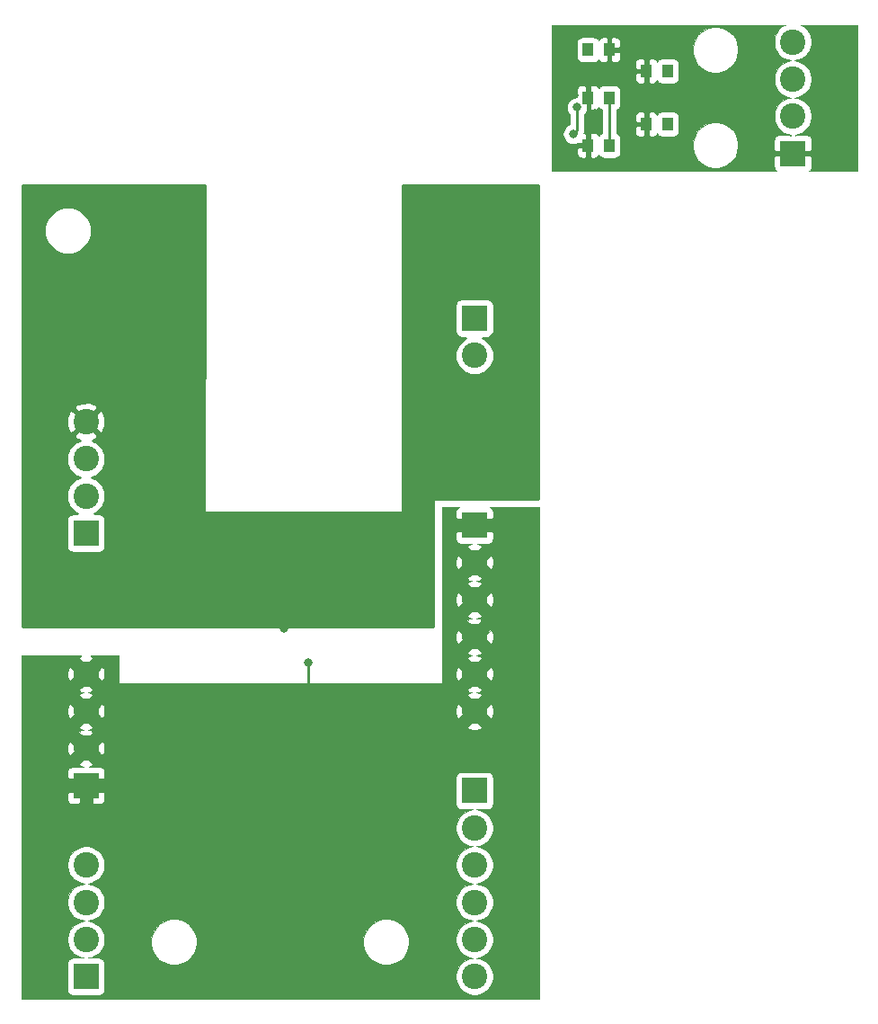
<source format=gbr>
G04 #@! TF.GenerationSoftware,KiCad,Pcbnew,(5.0.0)*
G04 #@! TF.CreationDate,2019-11-27T07:53:08+01:00*
G04 #@! TF.ProjectId,hexagon,68657861676F6E2E6B696361645F7063,rev?*
G04 #@! TF.SameCoordinates,Original*
G04 #@! TF.FileFunction,Copper,L2,Bot,Signal*
G04 #@! TF.FilePolarity,Positive*
%FSLAX46Y46*%
G04 Gerber Fmt 4.6, Leading zero omitted, Abs format (unit mm)*
G04 Created by KiCad (PCBNEW (5.0.0)) date 11/27/19 07:53:08*
%MOMM*%
%LPD*%
G01*
G04 APERTURE LIST*
G04 #@! TA.AperFunction,SMDPad,CuDef*
%ADD10R,1.000760X1.249680*%
G04 #@! TD*
G04 #@! TA.AperFunction,ComponentPad*
%ADD11C,2.400000*%
G04 #@! TD*
G04 #@! TA.AperFunction,ComponentPad*
%ADD12R,2.400000X2.400000*%
G04 #@! TD*
G04 #@! TA.AperFunction,ViaPad*
%ADD13C,0.800000*%
G04 #@! TD*
G04 #@! TA.AperFunction,Conductor*
%ADD14C,0.250000*%
G04 #@! TD*
G04 #@! TA.AperFunction,Conductor*
%ADD15C,0.100000*%
G04 #@! TD*
G04 #@! TA.AperFunction,Conductor*
%ADD16C,0.254000*%
G04 #@! TD*
G04 APERTURE END LIST*
D10*
G04 #@! TO.P,C5,2*
G04 #@! TO.N,GNDD*
X81000760Y-36975000D03*
G04 #@! TO.P,C5,1*
G04 #@! TO.N,+3V3*
X78999240Y-36975000D03*
G04 #@! TD*
G04 #@! TO.P,R1,1*
G04 #@! TO.N,+3V3*
X84499240Y-34975000D03*
G04 #@! TO.P,R1,2*
G04 #@! TO.N,/SCL*
X86500760Y-34975000D03*
G04 #@! TD*
G04 #@! TO.P,C4,1*
G04 #@! TO.N,+3V3*
X81000760Y-27975000D03*
G04 #@! TO.P,C4,2*
G04 #@! TO.N,GNDD*
X78999240Y-27975000D03*
G04 #@! TD*
G04 #@! TO.P,R2,2*
G04 #@! TO.N,/SDA*
X86500760Y-29975000D03*
G04 #@! TO.P,R2,1*
G04 #@! TO.N,+3V3*
X84499240Y-29975000D03*
G04 #@! TD*
G04 #@! TO.P,C2,1*
G04 #@! TO.N,+3V3*
X78999240Y-32475000D03*
G04 #@! TO.P,C2,2*
G04 #@! TO.N,GNDD*
X81000760Y-32475000D03*
G04 #@! TD*
D11*
G04 #@! TO.P,J5,4*
G04 #@! TO.N,GNDD*
X98300000Y-27225000D03*
G04 #@! TO.P,J5,3*
G04 #@! TO.N,/SDA*
X98300000Y-30725000D03*
D12*
G04 #@! TO.P,J5,1*
G04 #@! TO.N,+3V3*
X98300000Y-37725000D03*
D11*
G04 #@! TO.P,J5,2*
G04 #@! TO.N,/SCL*
X98300000Y-34225000D03*
G04 #@! TD*
G04 #@! TO.P,J6,2*
G04 #@! TO.N,/SDA*
X31700000Y-69999800D03*
D12*
G04 #@! TO.P,J6,1*
G04 #@! TO.N,GNDD*
X31700000Y-73499800D03*
D11*
G04 #@! TO.P,J6,3*
G04 #@! TO.N,/SCL*
X31700000Y-66499800D03*
G04 #@! TO.P,J6,4*
G04 #@! TO.N,+3V3*
X31700000Y-62999800D03*
G04 #@! TD*
G04 #@! TO.P,J1,4*
G04 #@! TO.N,+5V*
X31700000Y-86750000D03*
G04 #@! TO.P,J1,3*
X31700000Y-90250000D03*
D12*
G04 #@! TO.P,J1,1*
X31700000Y-97250000D03*
D11*
G04 #@! TO.P,J1,2*
X31700000Y-93750000D03*
G04 #@! TD*
G04 #@! TO.P,J2,2*
G04 #@! TO.N,GNDD*
X31700000Y-111750000D03*
D12*
G04 #@! TO.P,J2,1*
X31700000Y-115250000D03*
D11*
G04 #@! TO.P,J2,3*
X31700000Y-108250000D03*
G04 #@! TO.P,J2,4*
X31700000Y-104750000D03*
G04 #@! TD*
G04 #@! TO.P,J3,6*
G04 #@! TO.N,+5V*
X68300000Y-90250000D03*
G04 #@! TO.P,J3,5*
X68300000Y-86750000D03*
G04 #@! TO.P,J3,4*
X68300000Y-83250000D03*
G04 #@! TO.P,J3,3*
X68300000Y-79750000D03*
D12*
G04 #@! TO.P,J3,1*
X68300000Y-72750000D03*
D11*
G04 #@! TO.P,J3,2*
X68300000Y-76250000D03*
G04 #@! TD*
G04 #@! TO.P,J4,2*
G04 #@! TO.N,GNDD*
X68300000Y-101250000D03*
D12*
G04 #@! TO.P,J4,1*
X68300000Y-97750000D03*
D11*
G04 #@! TO.P,J4,3*
X68300000Y-104750000D03*
G04 #@! TO.P,J4,4*
X68300000Y-108250000D03*
G04 #@! TO.P,J4,5*
X68300000Y-111750000D03*
G04 #@! TO.P,J4,6*
X68300000Y-115250000D03*
G04 #@! TD*
G04 #@! TO.P,J7,2*
G04 #@! TO.N,Net-(J7-Pad1)*
X68300000Y-56750000D03*
D12*
G04 #@! TO.P,J7,1*
X68300000Y-53250000D03*
G04 #@! TD*
D13*
G04 #@! TO.N,GNDD*
X78900000Y-27950740D03*
X77597100Y-35903300D03*
X81000760Y-37020900D03*
X77941100Y-33401400D03*
G04 #@! TO.N,+5V*
X52651660Y-85661500D03*
G04 #@! TO.N,+3V3*
X50330100Y-76161500D03*
X50330100Y-82461500D03*
X44894500Y-78249780D03*
X40195500Y-69423280D03*
X34714180Y-59372500D03*
X31610300Y-57398920D03*
X79692600Y-33949999D03*
X81000760Y-27975000D03*
X79025000Y-36995140D03*
X82989000Y-35250000D03*
G04 #@! TO.N,/SDA*
X86500760Y-29975000D03*
G04 #@! TO.N,/SCL*
X86500760Y-34975000D03*
G04 #@! TD*
D14*
G04 #@! TO.N,GNDD*
X81000760Y-33349840D02*
X81000760Y-36975000D01*
X77941100Y-33967085D02*
X77940000Y-33968185D01*
X77940000Y-35560400D02*
X77597100Y-35903300D01*
X77940000Y-35374599D02*
X77940000Y-35560400D01*
X77941100Y-33401400D02*
X77941100Y-33967085D01*
X77940000Y-33968185D02*
X77940000Y-35374599D01*
X81000760Y-32475000D02*
X81000760Y-33349840D01*
G04 #@! TO.N,+5V*
X67892000Y-77094200D02*
X67884500Y-77101700D01*
X69342000Y-77094200D02*
X67892000Y-77094200D01*
X52651660Y-89306400D02*
X52832000Y-89486740D01*
X52651660Y-86536340D02*
X52651660Y-89204800D01*
X52651660Y-85661500D02*
X52651660Y-86536340D01*
X52651660Y-88595200D02*
X52651660Y-89204800D01*
X52651660Y-89204800D02*
X52651660Y-89306400D01*
G04 #@! TO.N,+3V3*
X50330100Y-82461500D02*
X50330100Y-81013300D01*
X50330100Y-81013300D02*
X50190400Y-80873600D01*
G04 #@! TD*
D15*
G04 #@! TO.N,+5V*
G36*
X66835688Y-71055507D02*
X66744296Y-71116573D01*
X66666573Y-71194296D01*
X66605507Y-71285688D01*
X66563444Y-71387238D01*
X66542000Y-71495042D01*
X66542000Y-72010500D01*
X66681500Y-72150000D01*
X67700000Y-72150000D01*
X67700000Y-71780000D01*
X68900000Y-71780000D01*
X68900000Y-72150000D01*
X69918500Y-72150000D01*
X70058000Y-72010500D01*
X70058000Y-71495042D01*
X70036556Y-71387238D01*
X69994493Y-71285688D01*
X69933427Y-71194296D01*
X69855704Y-71116573D01*
X69764312Y-71055507D01*
X69751017Y-71050000D01*
X74375001Y-71050000D01*
X74375000Y-117375000D01*
X25625000Y-117375000D01*
X25625000Y-114050000D01*
X29947339Y-114050000D01*
X29947339Y-116450000D01*
X29957958Y-116557819D01*
X29989408Y-116661494D01*
X30040479Y-116757042D01*
X30109210Y-116840790D01*
X30192958Y-116909521D01*
X30288506Y-116960592D01*
X30392181Y-116992042D01*
X30500000Y-117002661D01*
X32900000Y-117002661D01*
X33007819Y-116992042D01*
X33111494Y-116960592D01*
X33207042Y-116909521D01*
X33290790Y-116840790D01*
X33359521Y-116757042D01*
X33410592Y-116661494D01*
X33442042Y-116557819D01*
X33452661Y-116450000D01*
X33452661Y-114050000D01*
X33442042Y-113942181D01*
X33410592Y-113838506D01*
X33359521Y-113742958D01*
X33290790Y-113659210D01*
X33207042Y-113590479D01*
X33111494Y-113539408D01*
X33007819Y-113507958D01*
X32900000Y-113497339D01*
X31885738Y-113497339D01*
X32210456Y-113432749D01*
X32528936Y-113300830D01*
X32815560Y-113109314D01*
X33059314Y-112865560D01*
X33250830Y-112578936D01*
X33382749Y-112260456D01*
X33450000Y-111922360D01*
X33450000Y-111788243D01*
X37850000Y-111788243D01*
X37850000Y-112211757D01*
X37932623Y-112627132D01*
X38094695Y-113018407D01*
X38329986Y-113370545D01*
X38629455Y-113670014D01*
X38981593Y-113905305D01*
X39372868Y-114067377D01*
X39788243Y-114150000D01*
X40211757Y-114150000D01*
X40627132Y-114067377D01*
X41018407Y-113905305D01*
X41370545Y-113670014D01*
X41670014Y-113370545D01*
X41905305Y-113018407D01*
X42067377Y-112627132D01*
X42150000Y-112211757D01*
X42150000Y-111788243D01*
X57850000Y-111788243D01*
X57850000Y-112211757D01*
X57932623Y-112627132D01*
X58094695Y-113018407D01*
X58329986Y-113370545D01*
X58629455Y-113670014D01*
X58981593Y-113905305D01*
X59372868Y-114067377D01*
X59788243Y-114150000D01*
X60211757Y-114150000D01*
X60627132Y-114067377D01*
X61018407Y-113905305D01*
X61370545Y-113670014D01*
X61670014Y-113370545D01*
X61905305Y-113018407D01*
X62067377Y-112627132D01*
X62150000Y-112211757D01*
X62150000Y-111788243D01*
X62067377Y-111372868D01*
X61905305Y-110981593D01*
X61670014Y-110629455D01*
X61370545Y-110329986D01*
X61018407Y-110094695D01*
X60627132Y-109932623D01*
X60211757Y-109850000D01*
X59788243Y-109850000D01*
X59372868Y-109932623D01*
X58981593Y-110094695D01*
X58629455Y-110329986D01*
X58329986Y-110629455D01*
X58094695Y-110981593D01*
X57932623Y-111372868D01*
X57850000Y-111788243D01*
X42150000Y-111788243D01*
X42067377Y-111372868D01*
X41905305Y-110981593D01*
X41670014Y-110629455D01*
X41370545Y-110329986D01*
X41018407Y-110094695D01*
X40627132Y-109932623D01*
X40211757Y-109850000D01*
X39788243Y-109850000D01*
X39372868Y-109932623D01*
X38981593Y-110094695D01*
X38629455Y-110329986D01*
X38329986Y-110629455D01*
X38094695Y-110981593D01*
X37932623Y-111372868D01*
X37850000Y-111788243D01*
X33450000Y-111788243D01*
X33450000Y-111577640D01*
X33382749Y-111239544D01*
X33250830Y-110921064D01*
X33059314Y-110634440D01*
X32815560Y-110390686D01*
X32528936Y-110199170D01*
X32210456Y-110067251D01*
X31872360Y-110000000D01*
X32210456Y-109932749D01*
X32528936Y-109800830D01*
X32815560Y-109609314D01*
X33059314Y-109365560D01*
X33250830Y-109078936D01*
X33382749Y-108760456D01*
X33450000Y-108422360D01*
X33450000Y-108077640D01*
X33382749Y-107739544D01*
X33250830Y-107421064D01*
X33059314Y-107134440D01*
X32815560Y-106890686D01*
X32528936Y-106699170D01*
X32210456Y-106567251D01*
X31872360Y-106500000D01*
X32210456Y-106432749D01*
X32528936Y-106300830D01*
X32815560Y-106109314D01*
X33059314Y-105865560D01*
X33250830Y-105578936D01*
X33382749Y-105260456D01*
X33450000Y-104922360D01*
X33450000Y-104577640D01*
X33382749Y-104239544D01*
X33250830Y-103921064D01*
X33059314Y-103634440D01*
X32815560Y-103390686D01*
X32528936Y-103199170D01*
X32210456Y-103067251D01*
X31872360Y-103000000D01*
X31527640Y-103000000D01*
X31189544Y-103067251D01*
X30871064Y-103199170D01*
X30584440Y-103390686D01*
X30340686Y-103634440D01*
X30149170Y-103921064D01*
X30017251Y-104239544D01*
X29950000Y-104577640D01*
X29950000Y-104922360D01*
X30017251Y-105260456D01*
X30149170Y-105578936D01*
X30340686Y-105865560D01*
X30584440Y-106109314D01*
X30871064Y-106300830D01*
X31189544Y-106432749D01*
X31527640Y-106500000D01*
X31189544Y-106567251D01*
X30871064Y-106699170D01*
X30584440Y-106890686D01*
X30340686Y-107134440D01*
X30149170Y-107421064D01*
X30017251Y-107739544D01*
X29950000Y-108077640D01*
X29950000Y-108422360D01*
X30017251Y-108760456D01*
X30149170Y-109078936D01*
X30340686Y-109365560D01*
X30584440Y-109609314D01*
X30871064Y-109800830D01*
X31189544Y-109932749D01*
X31527640Y-110000000D01*
X31189544Y-110067251D01*
X30871064Y-110199170D01*
X30584440Y-110390686D01*
X30340686Y-110634440D01*
X30149170Y-110921064D01*
X30017251Y-111239544D01*
X29950000Y-111577640D01*
X29950000Y-111922360D01*
X30017251Y-112260456D01*
X30149170Y-112578936D01*
X30340686Y-112865560D01*
X30584440Y-113109314D01*
X30871064Y-113300830D01*
X31189544Y-113432749D01*
X31514262Y-113497339D01*
X30500000Y-113497339D01*
X30392181Y-113507958D01*
X30288506Y-113539408D01*
X30192958Y-113590479D01*
X30109210Y-113659210D01*
X30040479Y-113742958D01*
X29989408Y-113838506D01*
X29957958Y-113942181D01*
X29947339Y-114050000D01*
X25625000Y-114050000D01*
X25625000Y-97989500D01*
X29942000Y-97989500D01*
X29942000Y-98504958D01*
X29963444Y-98612762D01*
X30005507Y-98714312D01*
X30066573Y-98805704D01*
X30144296Y-98883427D01*
X30235688Y-98944493D01*
X30337237Y-98986556D01*
X30445042Y-99008000D01*
X30960500Y-99008000D01*
X31100000Y-98868500D01*
X31100000Y-97850000D01*
X32300000Y-97850000D01*
X32300000Y-98868500D01*
X32439500Y-99008000D01*
X32954958Y-99008000D01*
X33062763Y-98986556D01*
X33164312Y-98944493D01*
X33255704Y-98883427D01*
X33333427Y-98805704D01*
X33394493Y-98714312D01*
X33436556Y-98612762D01*
X33458000Y-98504958D01*
X33458000Y-97989500D01*
X33318500Y-97850000D01*
X32300000Y-97850000D01*
X31100000Y-97850000D01*
X30081500Y-97850000D01*
X29942000Y-97989500D01*
X25625000Y-97989500D01*
X25625000Y-95995042D01*
X29942000Y-95995042D01*
X29942000Y-96510500D01*
X30081500Y-96650000D01*
X31100000Y-96650000D01*
X31100000Y-96280000D01*
X32300000Y-96280000D01*
X32300000Y-96650000D01*
X33318500Y-96650000D01*
X33418500Y-96550000D01*
X66547339Y-96550000D01*
X66547339Y-98950000D01*
X66557958Y-99057819D01*
X66589408Y-99161494D01*
X66640479Y-99257042D01*
X66709210Y-99340790D01*
X66792958Y-99409521D01*
X66888506Y-99460592D01*
X66992181Y-99492042D01*
X67100000Y-99502661D01*
X68114262Y-99502661D01*
X67789544Y-99567251D01*
X67471064Y-99699170D01*
X67184440Y-99890686D01*
X66940686Y-100134440D01*
X66749170Y-100421064D01*
X66617251Y-100739544D01*
X66550000Y-101077640D01*
X66550000Y-101422360D01*
X66617251Y-101760456D01*
X66749170Y-102078936D01*
X66940686Y-102365560D01*
X67184440Y-102609314D01*
X67471064Y-102800830D01*
X67789544Y-102932749D01*
X68127640Y-103000000D01*
X67789544Y-103067251D01*
X67471064Y-103199170D01*
X67184440Y-103390686D01*
X66940686Y-103634440D01*
X66749170Y-103921064D01*
X66617251Y-104239544D01*
X66550000Y-104577640D01*
X66550000Y-104922360D01*
X66617251Y-105260456D01*
X66749170Y-105578936D01*
X66940686Y-105865560D01*
X67184440Y-106109314D01*
X67471064Y-106300830D01*
X67789544Y-106432749D01*
X68127640Y-106500000D01*
X67789544Y-106567251D01*
X67471064Y-106699170D01*
X67184440Y-106890686D01*
X66940686Y-107134440D01*
X66749170Y-107421064D01*
X66617251Y-107739544D01*
X66550000Y-108077640D01*
X66550000Y-108422360D01*
X66617251Y-108760456D01*
X66749170Y-109078936D01*
X66940686Y-109365560D01*
X67184440Y-109609314D01*
X67471064Y-109800830D01*
X67789544Y-109932749D01*
X68127640Y-110000000D01*
X67789544Y-110067251D01*
X67471064Y-110199170D01*
X67184440Y-110390686D01*
X66940686Y-110634440D01*
X66749170Y-110921064D01*
X66617251Y-111239544D01*
X66550000Y-111577640D01*
X66550000Y-111922360D01*
X66617251Y-112260456D01*
X66749170Y-112578936D01*
X66940686Y-112865560D01*
X67184440Y-113109314D01*
X67471064Y-113300830D01*
X67789544Y-113432749D01*
X68127640Y-113500000D01*
X67789544Y-113567251D01*
X67471064Y-113699170D01*
X67184440Y-113890686D01*
X66940686Y-114134440D01*
X66749170Y-114421064D01*
X66617251Y-114739544D01*
X66550000Y-115077640D01*
X66550000Y-115422360D01*
X66617251Y-115760456D01*
X66749170Y-116078936D01*
X66940686Y-116365560D01*
X67184440Y-116609314D01*
X67471064Y-116800830D01*
X67789544Y-116932749D01*
X68127640Y-117000000D01*
X68472360Y-117000000D01*
X68810456Y-116932749D01*
X69128936Y-116800830D01*
X69415560Y-116609314D01*
X69659314Y-116365560D01*
X69850830Y-116078936D01*
X69982749Y-115760456D01*
X70050000Y-115422360D01*
X70050000Y-115077640D01*
X69982749Y-114739544D01*
X69850830Y-114421064D01*
X69659314Y-114134440D01*
X69415560Y-113890686D01*
X69128936Y-113699170D01*
X68810456Y-113567251D01*
X68472360Y-113500000D01*
X68810456Y-113432749D01*
X69128936Y-113300830D01*
X69415560Y-113109314D01*
X69659314Y-112865560D01*
X69850830Y-112578936D01*
X69982749Y-112260456D01*
X70050000Y-111922360D01*
X70050000Y-111577640D01*
X69982749Y-111239544D01*
X69850830Y-110921064D01*
X69659314Y-110634440D01*
X69415560Y-110390686D01*
X69128936Y-110199170D01*
X68810456Y-110067251D01*
X68472360Y-110000000D01*
X68810456Y-109932749D01*
X69128936Y-109800830D01*
X69415560Y-109609314D01*
X69659314Y-109365560D01*
X69850830Y-109078936D01*
X69982749Y-108760456D01*
X70050000Y-108422360D01*
X70050000Y-108077640D01*
X69982749Y-107739544D01*
X69850830Y-107421064D01*
X69659314Y-107134440D01*
X69415560Y-106890686D01*
X69128936Y-106699170D01*
X68810456Y-106567251D01*
X68472360Y-106500000D01*
X68810456Y-106432749D01*
X69128936Y-106300830D01*
X69415560Y-106109314D01*
X69659314Y-105865560D01*
X69850830Y-105578936D01*
X69982749Y-105260456D01*
X70050000Y-104922360D01*
X70050000Y-104577640D01*
X69982749Y-104239544D01*
X69850830Y-103921064D01*
X69659314Y-103634440D01*
X69415560Y-103390686D01*
X69128936Y-103199170D01*
X68810456Y-103067251D01*
X68472360Y-103000000D01*
X68810456Y-102932749D01*
X69128936Y-102800830D01*
X69415560Y-102609314D01*
X69659314Y-102365560D01*
X69850830Y-102078936D01*
X69982749Y-101760456D01*
X70050000Y-101422360D01*
X70050000Y-101077640D01*
X69982749Y-100739544D01*
X69850830Y-100421064D01*
X69659314Y-100134440D01*
X69415560Y-99890686D01*
X69128936Y-99699170D01*
X68810456Y-99567251D01*
X68485738Y-99502661D01*
X69500000Y-99502661D01*
X69607819Y-99492042D01*
X69711494Y-99460592D01*
X69807042Y-99409521D01*
X69890790Y-99340790D01*
X69959521Y-99257042D01*
X70010592Y-99161494D01*
X70042042Y-99057819D01*
X70052661Y-98950000D01*
X70052661Y-96550000D01*
X70042042Y-96442181D01*
X70010592Y-96338506D01*
X69959521Y-96242958D01*
X69890790Y-96159210D01*
X69807042Y-96090479D01*
X69711494Y-96039408D01*
X69607819Y-96007958D01*
X69500000Y-95997339D01*
X67100000Y-95997339D01*
X66992181Y-96007958D01*
X66888506Y-96039408D01*
X66792958Y-96090479D01*
X66709210Y-96159210D01*
X66640479Y-96242958D01*
X66589408Y-96338506D01*
X66557958Y-96442181D01*
X66547339Y-96550000D01*
X33418500Y-96550000D01*
X33458000Y-96510500D01*
X33458000Y-95995042D01*
X33436556Y-95887238D01*
X33394493Y-95785688D01*
X33333427Y-95694296D01*
X33255704Y-95616573D01*
X33164312Y-95555507D01*
X33062763Y-95513444D01*
X32954958Y-95492000D01*
X31964172Y-95492000D01*
X32191188Y-95446843D01*
X32345116Y-95243644D01*
X31700000Y-94598528D01*
X31054884Y-95243644D01*
X31208812Y-95446843D01*
X31452000Y-95492000D01*
X30445042Y-95492000D01*
X30337237Y-95513444D01*
X30235688Y-95555507D01*
X30144296Y-95616573D01*
X30066573Y-95694296D01*
X30005507Y-95785688D01*
X29963444Y-95887238D01*
X29942000Y-95995042D01*
X25625000Y-95995042D01*
X25625000Y-93599287D01*
X29939935Y-93599287D01*
X29944351Y-93945555D01*
X30003157Y-94241188D01*
X30206356Y-94395116D01*
X30851472Y-93750000D01*
X32548528Y-93750000D01*
X33193644Y-94395116D01*
X33396843Y-94241188D01*
X33460065Y-93900713D01*
X33455649Y-93554445D01*
X33396843Y-93258812D01*
X33193644Y-93104884D01*
X32548528Y-93750000D01*
X30851472Y-93750000D01*
X30206356Y-93104884D01*
X30003157Y-93258812D01*
X29939935Y-93599287D01*
X25625000Y-93599287D01*
X25625000Y-91743644D01*
X31054884Y-91743644D01*
X31208812Y-91946843D01*
X31485237Y-91998172D01*
X31208812Y-92053157D01*
X31054884Y-92256356D01*
X31700000Y-92901472D01*
X32345116Y-92256356D01*
X32191188Y-92053157D01*
X31914763Y-92001828D01*
X32191188Y-91946843D01*
X32345116Y-91743644D01*
X67654884Y-91743644D01*
X67808812Y-91946843D01*
X68149287Y-92010065D01*
X68495555Y-92005649D01*
X68791188Y-91946843D01*
X68945116Y-91743644D01*
X68300000Y-91098528D01*
X67654884Y-91743644D01*
X32345116Y-91743644D01*
X31700000Y-91098528D01*
X31054884Y-91743644D01*
X25625000Y-91743644D01*
X25625000Y-90099287D01*
X29939935Y-90099287D01*
X29944351Y-90445555D01*
X30003157Y-90741188D01*
X30206356Y-90895116D01*
X30851472Y-90250000D01*
X32548528Y-90250000D01*
X33193644Y-90895116D01*
X33396843Y-90741188D01*
X33460065Y-90400713D01*
X33456221Y-90099287D01*
X66539935Y-90099287D01*
X66544351Y-90445555D01*
X66603157Y-90741188D01*
X66806356Y-90895116D01*
X67451472Y-90250000D01*
X69148528Y-90250000D01*
X69793644Y-90895116D01*
X69996843Y-90741188D01*
X70060065Y-90400713D01*
X70055649Y-90054445D01*
X69996843Y-89758812D01*
X69793644Y-89604884D01*
X69148528Y-90250000D01*
X67451472Y-90250000D01*
X66806356Y-89604884D01*
X66603157Y-89758812D01*
X66539935Y-90099287D01*
X33456221Y-90099287D01*
X33455649Y-90054445D01*
X33396843Y-89758812D01*
X33193644Y-89604884D01*
X32548528Y-90250000D01*
X30851472Y-90250000D01*
X30206356Y-89604884D01*
X30003157Y-89758812D01*
X29939935Y-90099287D01*
X25625000Y-90099287D01*
X25625000Y-88243644D01*
X31054884Y-88243644D01*
X31208812Y-88446843D01*
X31485237Y-88498172D01*
X31208812Y-88553157D01*
X31054884Y-88756356D01*
X31700000Y-89401472D01*
X32345116Y-88756356D01*
X32191188Y-88553157D01*
X31914763Y-88501828D01*
X32191188Y-88446843D01*
X32345116Y-88243644D01*
X67654884Y-88243644D01*
X67808812Y-88446843D01*
X68085237Y-88498172D01*
X67808812Y-88553157D01*
X67654884Y-88756356D01*
X68300000Y-89401472D01*
X68945116Y-88756356D01*
X68791188Y-88553157D01*
X68514763Y-88501828D01*
X68791188Y-88446843D01*
X68945116Y-88243644D01*
X68300000Y-87598528D01*
X67654884Y-88243644D01*
X32345116Y-88243644D01*
X31700000Y-87598528D01*
X31054884Y-88243644D01*
X25625000Y-88243644D01*
X25625000Y-86599287D01*
X29939935Y-86599287D01*
X29944351Y-86945555D01*
X30003157Y-87241188D01*
X30206356Y-87395116D01*
X30851472Y-86750000D01*
X32548528Y-86750000D01*
X33193644Y-87395116D01*
X33396843Y-87241188D01*
X33460065Y-86900713D01*
X33455649Y-86554445D01*
X33396843Y-86258812D01*
X33193644Y-86104884D01*
X32548528Y-86750000D01*
X30851472Y-86750000D01*
X30206356Y-86104884D01*
X30003157Y-86258812D01*
X29939935Y-86599287D01*
X25625000Y-86599287D01*
X25625000Y-85050000D01*
X31224683Y-85050000D01*
X31208812Y-85053157D01*
X31054884Y-85256356D01*
X31700000Y-85901472D01*
X32345116Y-85256356D01*
X32191188Y-85053157D01*
X32174186Y-85050000D01*
X34750000Y-85050000D01*
X34750000Y-87600000D01*
X34750961Y-87609755D01*
X34753806Y-87619134D01*
X34758427Y-87627779D01*
X34764645Y-87635355D01*
X34772221Y-87641573D01*
X34780866Y-87646194D01*
X34790245Y-87649039D01*
X34800000Y-87650000D01*
X65200000Y-87650000D01*
X65209755Y-87649039D01*
X65219134Y-87646194D01*
X65227779Y-87641573D01*
X65235355Y-87635355D01*
X65241573Y-87627779D01*
X65246194Y-87619134D01*
X65249039Y-87609755D01*
X65250000Y-87600000D01*
X65250000Y-86599287D01*
X66539935Y-86599287D01*
X66544351Y-86945555D01*
X66603157Y-87241188D01*
X66806356Y-87395116D01*
X67451472Y-86750000D01*
X69148528Y-86750000D01*
X69793644Y-87395116D01*
X69996843Y-87241188D01*
X70060065Y-86900713D01*
X70055649Y-86554445D01*
X69996843Y-86258812D01*
X69793644Y-86104884D01*
X69148528Y-86750000D01*
X67451472Y-86750000D01*
X66806356Y-86104884D01*
X66603157Y-86258812D01*
X66539935Y-86599287D01*
X65250000Y-86599287D01*
X65250000Y-84743644D01*
X67654884Y-84743644D01*
X67808812Y-84946843D01*
X68085237Y-84998172D01*
X67808812Y-85053157D01*
X67654884Y-85256356D01*
X68300000Y-85901472D01*
X68945116Y-85256356D01*
X68791188Y-85053157D01*
X68514763Y-85001828D01*
X68791188Y-84946843D01*
X68945116Y-84743644D01*
X68300000Y-84098528D01*
X67654884Y-84743644D01*
X65250000Y-84743644D01*
X65250000Y-83099287D01*
X66539935Y-83099287D01*
X66544351Y-83445555D01*
X66603157Y-83741188D01*
X66806356Y-83895116D01*
X67451472Y-83250000D01*
X69148528Y-83250000D01*
X69793644Y-83895116D01*
X69996843Y-83741188D01*
X70060065Y-83400713D01*
X70055649Y-83054445D01*
X69996843Y-82758812D01*
X69793644Y-82604884D01*
X69148528Y-83250000D01*
X67451472Y-83250000D01*
X66806356Y-82604884D01*
X66603157Y-82758812D01*
X66539935Y-83099287D01*
X65250000Y-83099287D01*
X65250000Y-81243644D01*
X67654884Y-81243644D01*
X67808812Y-81446843D01*
X68085237Y-81498172D01*
X67808812Y-81553157D01*
X67654884Y-81756356D01*
X68300000Y-82401472D01*
X68945116Y-81756356D01*
X68791188Y-81553157D01*
X68514763Y-81501828D01*
X68791188Y-81446843D01*
X68945116Y-81243644D01*
X68300000Y-80598528D01*
X67654884Y-81243644D01*
X65250000Y-81243644D01*
X65250000Y-79599287D01*
X66539935Y-79599287D01*
X66544351Y-79945555D01*
X66603157Y-80241188D01*
X66806356Y-80395116D01*
X67451472Y-79750000D01*
X69148528Y-79750000D01*
X69793644Y-80395116D01*
X69996843Y-80241188D01*
X70060065Y-79900713D01*
X70055649Y-79554445D01*
X69996843Y-79258812D01*
X69793644Y-79104884D01*
X69148528Y-79750000D01*
X67451472Y-79750000D01*
X66806356Y-79104884D01*
X66603157Y-79258812D01*
X66539935Y-79599287D01*
X65250000Y-79599287D01*
X65250000Y-77743644D01*
X67654884Y-77743644D01*
X67808812Y-77946843D01*
X68085237Y-77998172D01*
X67808812Y-78053157D01*
X67654884Y-78256356D01*
X68300000Y-78901472D01*
X68945116Y-78256356D01*
X68791188Y-78053157D01*
X68514763Y-78001828D01*
X68791188Y-77946843D01*
X68945116Y-77743644D01*
X68300000Y-77098528D01*
X67654884Y-77743644D01*
X65250000Y-77743644D01*
X65250000Y-76099287D01*
X66539935Y-76099287D01*
X66544351Y-76445555D01*
X66603157Y-76741188D01*
X66806356Y-76895116D01*
X67451472Y-76250000D01*
X69148528Y-76250000D01*
X69793644Y-76895116D01*
X69996843Y-76741188D01*
X70060065Y-76400713D01*
X70055649Y-76054445D01*
X69996843Y-75758812D01*
X69793644Y-75604884D01*
X69148528Y-76250000D01*
X67451472Y-76250000D01*
X66806356Y-75604884D01*
X66603157Y-75758812D01*
X66539935Y-76099287D01*
X65250000Y-76099287D01*
X65250000Y-73489500D01*
X66542000Y-73489500D01*
X66542000Y-74004958D01*
X66563444Y-74112762D01*
X66605507Y-74214312D01*
X66666573Y-74305704D01*
X66744296Y-74383427D01*
X66835688Y-74444493D01*
X66937237Y-74486556D01*
X67045042Y-74508000D01*
X68035828Y-74508000D01*
X67808812Y-74553157D01*
X67654884Y-74756356D01*
X68300000Y-75401472D01*
X68945116Y-74756356D01*
X68791188Y-74553157D01*
X68548000Y-74508000D01*
X69554958Y-74508000D01*
X69662763Y-74486556D01*
X69764312Y-74444493D01*
X69855704Y-74383427D01*
X69933427Y-74305704D01*
X69994493Y-74214312D01*
X70036556Y-74112762D01*
X70058000Y-74004958D01*
X70058000Y-73489500D01*
X69918500Y-73350000D01*
X68900000Y-73350000D01*
X68900000Y-73720000D01*
X67700000Y-73720000D01*
X67700000Y-73350000D01*
X66681500Y-73350000D01*
X66542000Y-73489500D01*
X65250000Y-73489500D01*
X65250000Y-71050000D01*
X66848983Y-71050000D01*
X66835688Y-71055507D01*
X66835688Y-71055507D01*
G37*
X66835688Y-71055507D02*
X66744296Y-71116573D01*
X66666573Y-71194296D01*
X66605507Y-71285688D01*
X66563444Y-71387238D01*
X66542000Y-71495042D01*
X66542000Y-72010500D01*
X66681500Y-72150000D01*
X67700000Y-72150000D01*
X67700000Y-71780000D01*
X68900000Y-71780000D01*
X68900000Y-72150000D01*
X69918500Y-72150000D01*
X70058000Y-72010500D01*
X70058000Y-71495042D01*
X70036556Y-71387238D01*
X69994493Y-71285688D01*
X69933427Y-71194296D01*
X69855704Y-71116573D01*
X69764312Y-71055507D01*
X69751017Y-71050000D01*
X74375001Y-71050000D01*
X74375000Y-117375000D01*
X25625000Y-117375000D01*
X25625000Y-114050000D01*
X29947339Y-114050000D01*
X29947339Y-116450000D01*
X29957958Y-116557819D01*
X29989408Y-116661494D01*
X30040479Y-116757042D01*
X30109210Y-116840790D01*
X30192958Y-116909521D01*
X30288506Y-116960592D01*
X30392181Y-116992042D01*
X30500000Y-117002661D01*
X32900000Y-117002661D01*
X33007819Y-116992042D01*
X33111494Y-116960592D01*
X33207042Y-116909521D01*
X33290790Y-116840790D01*
X33359521Y-116757042D01*
X33410592Y-116661494D01*
X33442042Y-116557819D01*
X33452661Y-116450000D01*
X33452661Y-114050000D01*
X33442042Y-113942181D01*
X33410592Y-113838506D01*
X33359521Y-113742958D01*
X33290790Y-113659210D01*
X33207042Y-113590479D01*
X33111494Y-113539408D01*
X33007819Y-113507958D01*
X32900000Y-113497339D01*
X31885738Y-113497339D01*
X32210456Y-113432749D01*
X32528936Y-113300830D01*
X32815560Y-113109314D01*
X33059314Y-112865560D01*
X33250830Y-112578936D01*
X33382749Y-112260456D01*
X33450000Y-111922360D01*
X33450000Y-111788243D01*
X37850000Y-111788243D01*
X37850000Y-112211757D01*
X37932623Y-112627132D01*
X38094695Y-113018407D01*
X38329986Y-113370545D01*
X38629455Y-113670014D01*
X38981593Y-113905305D01*
X39372868Y-114067377D01*
X39788243Y-114150000D01*
X40211757Y-114150000D01*
X40627132Y-114067377D01*
X41018407Y-113905305D01*
X41370545Y-113670014D01*
X41670014Y-113370545D01*
X41905305Y-113018407D01*
X42067377Y-112627132D01*
X42150000Y-112211757D01*
X42150000Y-111788243D01*
X57850000Y-111788243D01*
X57850000Y-112211757D01*
X57932623Y-112627132D01*
X58094695Y-113018407D01*
X58329986Y-113370545D01*
X58629455Y-113670014D01*
X58981593Y-113905305D01*
X59372868Y-114067377D01*
X59788243Y-114150000D01*
X60211757Y-114150000D01*
X60627132Y-114067377D01*
X61018407Y-113905305D01*
X61370545Y-113670014D01*
X61670014Y-113370545D01*
X61905305Y-113018407D01*
X62067377Y-112627132D01*
X62150000Y-112211757D01*
X62150000Y-111788243D01*
X62067377Y-111372868D01*
X61905305Y-110981593D01*
X61670014Y-110629455D01*
X61370545Y-110329986D01*
X61018407Y-110094695D01*
X60627132Y-109932623D01*
X60211757Y-109850000D01*
X59788243Y-109850000D01*
X59372868Y-109932623D01*
X58981593Y-110094695D01*
X58629455Y-110329986D01*
X58329986Y-110629455D01*
X58094695Y-110981593D01*
X57932623Y-111372868D01*
X57850000Y-111788243D01*
X42150000Y-111788243D01*
X42067377Y-111372868D01*
X41905305Y-110981593D01*
X41670014Y-110629455D01*
X41370545Y-110329986D01*
X41018407Y-110094695D01*
X40627132Y-109932623D01*
X40211757Y-109850000D01*
X39788243Y-109850000D01*
X39372868Y-109932623D01*
X38981593Y-110094695D01*
X38629455Y-110329986D01*
X38329986Y-110629455D01*
X38094695Y-110981593D01*
X37932623Y-111372868D01*
X37850000Y-111788243D01*
X33450000Y-111788243D01*
X33450000Y-111577640D01*
X33382749Y-111239544D01*
X33250830Y-110921064D01*
X33059314Y-110634440D01*
X32815560Y-110390686D01*
X32528936Y-110199170D01*
X32210456Y-110067251D01*
X31872360Y-110000000D01*
X32210456Y-109932749D01*
X32528936Y-109800830D01*
X32815560Y-109609314D01*
X33059314Y-109365560D01*
X33250830Y-109078936D01*
X33382749Y-108760456D01*
X33450000Y-108422360D01*
X33450000Y-108077640D01*
X33382749Y-107739544D01*
X33250830Y-107421064D01*
X33059314Y-107134440D01*
X32815560Y-106890686D01*
X32528936Y-106699170D01*
X32210456Y-106567251D01*
X31872360Y-106500000D01*
X32210456Y-106432749D01*
X32528936Y-106300830D01*
X32815560Y-106109314D01*
X33059314Y-105865560D01*
X33250830Y-105578936D01*
X33382749Y-105260456D01*
X33450000Y-104922360D01*
X33450000Y-104577640D01*
X33382749Y-104239544D01*
X33250830Y-103921064D01*
X33059314Y-103634440D01*
X32815560Y-103390686D01*
X32528936Y-103199170D01*
X32210456Y-103067251D01*
X31872360Y-103000000D01*
X31527640Y-103000000D01*
X31189544Y-103067251D01*
X30871064Y-103199170D01*
X30584440Y-103390686D01*
X30340686Y-103634440D01*
X30149170Y-103921064D01*
X30017251Y-104239544D01*
X29950000Y-104577640D01*
X29950000Y-104922360D01*
X30017251Y-105260456D01*
X30149170Y-105578936D01*
X30340686Y-105865560D01*
X30584440Y-106109314D01*
X30871064Y-106300830D01*
X31189544Y-106432749D01*
X31527640Y-106500000D01*
X31189544Y-106567251D01*
X30871064Y-106699170D01*
X30584440Y-106890686D01*
X30340686Y-107134440D01*
X30149170Y-107421064D01*
X30017251Y-107739544D01*
X29950000Y-108077640D01*
X29950000Y-108422360D01*
X30017251Y-108760456D01*
X30149170Y-109078936D01*
X30340686Y-109365560D01*
X30584440Y-109609314D01*
X30871064Y-109800830D01*
X31189544Y-109932749D01*
X31527640Y-110000000D01*
X31189544Y-110067251D01*
X30871064Y-110199170D01*
X30584440Y-110390686D01*
X30340686Y-110634440D01*
X30149170Y-110921064D01*
X30017251Y-111239544D01*
X29950000Y-111577640D01*
X29950000Y-111922360D01*
X30017251Y-112260456D01*
X30149170Y-112578936D01*
X30340686Y-112865560D01*
X30584440Y-113109314D01*
X30871064Y-113300830D01*
X31189544Y-113432749D01*
X31514262Y-113497339D01*
X30500000Y-113497339D01*
X30392181Y-113507958D01*
X30288506Y-113539408D01*
X30192958Y-113590479D01*
X30109210Y-113659210D01*
X30040479Y-113742958D01*
X29989408Y-113838506D01*
X29957958Y-113942181D01*
X29947339Y-114050000D01*
X25625000Y-114050000D01*
X25625000Y-97989500D01*
X29942000Y-97989500D01*
X29942000Y-98504958D01*
X29963444Y-98612762D01*
X30005507Y-98714312D01*
X30066573Y-98805704D01*
X30144296Y-98883427D01*
X30235688Y-98944493D01*
X30337237Y-98986556D01*
X30445042Y-99008000D01*
X30960500Y-99008000D01*
X31100000Y-98868500D01*
X31100000Y-97850000D01*
X32300000Y-97850000D01*
X32300000Y-98868500D01*
X32439500Y-99008000D01*
X32954958Y-99008000D01*
X33062763Y-98986556D01*
X33164312Y-98944493D01*
X33255704Y-98883427D01*
X33333427Y-98805704D01*
X33394493Y-98714312D01*
X33436556Y-98612762D01*
X33458000Y-98504958D01*
X33458000Y-97989500D01*
X33318500Y-97850000D01*
X32300000Y-97850000D01*
X31100000Y-97850000D01*
X30081500Y-97850000D01*
X29942000Y-97989500D01*
X25625000Y-97989500D01*
X25625000Y-95995042D01*
X29942000Y-95995042D01*
X29942000Y-96510500D01*
X30081500Y-96650000D01*
X31100000Y-96650000D01*
X31100000Y-96280000D01*
X32300000Y-96280000D01*
X32300000Y-96650000D01*
X33318500Y-96650000D01*
X33418500Y-96550000D01*
X66547339Y-96550000D01*
X66547339Y-98950000D01*
X66557958Y-99057819D01*
X66589408Y-99161494D01*
X66640479Y-99257042D01*
X66709210Y-99340790D01*
X66792958Y-99409521D01*
X66888506Y-99460592D01*
X66992181Y-99492042D01*
X67100000Y-99502661D01*
X68114262Y-99502661D01*
X67789544Y-99567251D01*
X67471064Y-99699170D01*
X67184440Y-99890686D01*
X66940686Y-100134440D01*
X66749170Y-100421064D01*
X66617251Y-100739544D01*
X66550000Y-101077640D01*
X66550000Y-101422360D01*
X66617251Y-101760456D01*
X66749170Y-102078936D01*
X66940686Y-102365560D01*
X67184440Y-102609314D01*
X67471064Y-102800830D01*
X67789544Y-102932749D01*
X68127640Y-103000000D01*
X67789544Y-103067251D01*
X67471064Y-103199170D01*
X67184440Y-103390686D01*
X66940686Y-103634440D01*
X66749170Y-103921064D01*
X66617251Y-104239544D01*
X66550000Y-104577640D01*
X66550000Y-104922360D01*
X66617251Y-105260456D01*
X66749170Y-105578936D01*
X66940686Y-105865560D01*
X67184440Y-106109314D01*
X67471064Y-106300830D01*
X67789544Y-106432749D01*
X68127640Y-106500000D01*
X67789544Y-106567251D01*
X67471064Y-106699170D01*
X67184440Y-106890686D01*
X66940686Y-107134440D01*
X66749170Y-107421064D01*
X66617251Y-107739544D01*
X66550000Y-108077640D01*
X66550000Y-108422360D01*
X66617251Y-108760456D01*
X66749170Y-109078936D01*
X66940686Y-109365560D01*
X67184440Y-109609314D01*
X67471064Y-109800830D01*
X67789544Y-109932749D01*
X68127640Y-110000000D01*
X67789544Y-110067251D01*
X67471064Y-110199170D01*
X67184440Y-110390686D01*
X66940686Y-110634440D01*
X66749170Y-110921064D01*
X66617251Y-111239544D01*
X66550000Y-111577640D01*
X66550000Y-111922360D01*
X66617251Y-112260456D01*
X66749170Y-112578936D01*
X66940686Y-112865560D01*
X67184440Y-113109314D01*
X67471064Y-113300830D01*
X67789544Y-113432749D01*
X68127640Y-113500000D01*
X67789544Y-113567251D01*
X67471064Y-113699170D01*
X67184440Y-113890686D01*
X66940686Y-114134440D01*
X66749170Y-114421064D01*
X66617251Y-114739544D01*
X66550000Y-115077640D01*
X66550000Y-115422360D01*
X66617251Y-115760456D01*
X66749170Y-116078936D01*
X66940686Y-116365560D01*
X67184440Y-116609314D01*
X67471064Y-116800830D01*
X67789544Y-116932749D01*
X68127640Y-117000000D01*
X68472360Y-117000000D01*
X68810456Y-116932749D01*
X69128936Y-116800830D01*
X69415560Y-116609314D01*
X69659314Y-116365560D01*
X69850830Y-116078936D01*
X69982749Y-115760456D01*
X70050000Y-115422360D01*
X70050000Y-115077640D01*
X69982749Y-114739544D01*
X69850830Y-114421064D01*
X69659314Y-114134440D01*
X69415560Y-113890686D01*
X69128936Y-113699170D01*
X68810456Y-113567251D01*
X68472360Y-113500000D01*
X68810456Y-113432749D01*
X69128936Y-113300830D01*
X69415560Y-113109314D01*
X69659314Y-112865560D01*
X69850830Y-112578936D01*
X69982749Y-112260456D01*
X70050000Y-111922360D01*
X70050000Y-111577640D01*
X69982749Y-111239544D01*
X69850830Y-110921064D01*
X69659314Y-110634440D01*
X69415560Y-110390686D01*
X69128936Y-110199170D01*
X68810456Y-110067251D01*
X68472360Y-110000000D01*
X68810456Y-109932749D01*
X69128936Y-109800830D01*
X69415560Y-109609314D01*
X69659314Y-109365560D01*
X69850830Y-109078936D01*
X69982749Y-108760456D01*
X70050000Y-108422360D01*
X70050000Y-108077640D01*
X69982749Y-107739544D01*
X69850830Y-107421064D01*
X69659314Y-107134440D01*
X69415560Y-106890686D01*
X69128936Y-106699170D01*
X68810456Y-106567251D01*
X68472360Y-106500000D01*
X68810456Y-106432749D01*
X69128936Y-106300830D01*
X69415560Y-106109314D01*
X69659314Y-105865560D01*
X69850830Y-105578936D01*
X69982749Y-105260456D01*
X70050000Y-104922360D01*
X70050000Y-104577640D01*
X69982749Y-104239544D01*
X69850830Y-103921064D01*
X69659314Y-103634440D01*
X69415560Y-103390686D01*
X69128936Y-103199170D01*
X68810456Y-103067251D01*
X68472360Y-103000000D01*
X68810456Y-102932749D01*
X69128936Y-102800830D01*
X69415560Y-102609314D01*
X69659314Y-102365560D01*
X69850830Y-102078936D01*
X69982749Y-101760456D01*
X70050000Y-101422360D01*
X70050000Y-101077640D01*
X69982749Y-100739544D01*
X69850830Y-100421064D01*
X69659314Y-100134440D01*
X69415560Y-99890686D01*
X69128936Y-99699170D01*
X68810456Y-99567251D01*
X68485738Y-99502661D01*
X69500000Y-99502661D01*
X69607819Y-99492042D01*
X69711494Y-99460592D01*
X69807042Y-99409521D01*
X69890790Y-99340790D01*
X69959521Y-99257042D01*
X70010592Y-99161494D01*
X70042042Y-99057819D01*
X70052661Y-98950000D01*
X70052661Y-96550000D01*
X70042042Y-96442181D01*
X70010592Y-96338506D01*
X69959521Y-96242958D01*
X69890790Y-96159210D01*
X69807042Y-96090479D01*
X69711494Y-96039408D01*
X69607819Y-96007958D01*
X69500000Y-95997339D01*
X67100000Y-95997339D01*
X66992181Y-96007958D01*
X66888506Y-96039408D01*
X66792958Y-96090479D01*
X66709210Y-96159210D01*
X66640479Y-96242958D01*
X66589408Y-96338506D01*
X66557958Y-96442181D01*
X66547339Y-96550000D01*
X33418500Y-96550000D01*
X33458000Y-96510500D01*
X33458000Y-95995042D01*
X33436556Y-95887238D01*
X33394493Y-95785688D01*
X33333427Y-95694296D01*
X33255704Y-95616573D01*
X33164312Y-95555507D01*
X33062763Y-95513444D01*
X32954958Y-95492000D01*
X31964172Y-95492000D01*
X32191188Y-95446843D01*
X32345116Y-95243644D01*
X31700000Y-94598528D01*
X31054884Y-95243644D01*
X31208812Y-95446843D01*
X31452000Y-95492000D01*
X30445042Y-95492000D01*
X30337237Y-95513444D01*
X30235688Y-95555507D01*
X30144296Y-95616573D01*
X30066573Y-95694296D01*
X30005507Y-95785688D01*
X29963444Y-95887238D01*
X29942000Y-95995042D01*
X25625000Y-95995042D01*
X25625000Y-93599287D01*
X29939935Y-93599287D01*
X29944351Y-93945555D01*
X30003157Y-94241188D01*
X30206356Y-94395116D01*
X30851472Y-93750000D01*
X32548528Y-93750000D01*
X33193644Y-94395116D01*
X33396843Y-94241188D01*
X33460065Y-93900713D01*
X33455649Y-93554445D01*
X33396843Y-93258812D01*
X33193644Y-93104884D01*
X32548528Y-93750000D01*
X30851472Y-93750000D01*
X30206356Y-93104884D01*
X30003157Y-93258812D01*
X29939935Y-93599287D01*
X25625000Y-93599287D01*
X25625000Y-91743644D01*
X31054884Y-91743644D01*
X31208812Y-91946843D01*
X31485237Y-91998172D01*
X31208812Y-92053157D01*
X31054884Y-92256356D01*
X31700000Y-92901472D01*
X32345116Y-92256356D01*
X32191188Y-92053157D01*
X31914763Y-92001828D01*
X32191188Y-91946843D01*
X32345116Y-91743644D01*
X67654884Y-91743644D01*
X67808812Y-91946843D01*
X68149287Y-92010065D01*
X68495555Y-92005649D01*
X68791188Y-91946843D01*
X68945116Y-91743644D01*
X68300000Y-91098528D01*
X67654884Y-91743644D01*
X32345116Y-91743644D01*
X31700000Y-91098528D01*
X31054884Y-91743644D01*
X25625000Y-91743644D01*
X25625000Y-90099287D01*
X29939935Y-90099287D01*
X29944351Y-90445555D01*
X30003157Y-90741188D01*
X30206356Y-90895116D01*
X30851472Y-90250000D01*
X32548528Y-90250000D01*
X33193644Y-90895116D01*
X33396843Y-90741188D01*
X33460065Y-90400713D01*
X33456221Y-90099287D01*
X66539935Y-90099287D01*
X66544351Y-90445555D01*
X66603157Y-90741188D01*
X66806356Y-90895116D01*
X67451472Y-90250000D01*
X69148528Y-90250000D01*
X69793644Y-90895116D01*
X69996843Y-90741188D01*
X70060065Y-90400713D01*
X70055649Y-90054445D01*
X69996843Y-89758812D01*
X69793644Y-89604884D01*
X69148528Y-90250000D01*
X67451472Y-90250000D01*
X66806356Y-89604884D01*
X66603157Y-89758812D01*
X66539935Y-90099287D01*
X33456221Y-90099287D01*
X33455649Y-90054445D01*
X33396843Y-89758812D01*
X33193644Y-89604884D01*
X32548528Y-90250000D01*
X30851472Y-90250000D01*
X30206356Y-89604884D01*
X30003157Y-89758812D01*
X29939935Y-90099287D01*
X25625000Y-90099287D01*
X25625000Y-88243644D01*
X31054884Y-88243644D01*
X31208812Y-88446843D01*
X31485237Y-88498172D01*
X31208812Y-88553157D01*
X31054884Y-88756356D01*
X31700000Y-89401472D01*
X32345116Y-88756356D01*
X32191188Y-88553157D01*
X31914763Y-88501828D01*
X32191188Y-88446843D01*
X32345116Y-88243644D01*
X67654884Y-88243644D01*
X67808812Y-88446843D01*
X68085237Y-88498172D01*
X67808812Y-88553157D01*
X67654884Y-88756356D01*
X68300000Y-89401472D01*
X68945116Y-88756356D01*
X68791188Y-88553157D01*
X68514763Y-88501828D01*
X68791188Y-88446843D01*
X68945116Y-88243644D01*
X68300000Y-87598528D01*
X67654884Y-88243644D01*
X32345116Y-88243644D01*
X31700000Y-87598528D01*
X31054884Y-88243644D01*
X25625000Y-88243644D01*
X25625000Y-86599287D01*
X29939935Y-86599287D01*
X29944351Y-86945555D01*
X30003157Y-87241188D01*
X30206356Y-87395116D01*
X30851472Y-86750000D01*
X32548528Y-86750000D01*
X33193644Y-87395116D01*
X33396843Y-87241188D01*
X33460065Y-86900713D01*
X33455649Y-86554445D01*
X33396843Y-86258812D01*
X33193644Y-86104884D01*
X32548528Y-86750000D01*
X30851472Y-86750000D01*
X30206356Y-86104884D01*
X30003157Y-86258812D01*
X29939935Y-86599287D01*
X25625000Y-86599287D01*
X25625000Y-85050000D01*
X31224683Y-85050000D01*
X31208812Y-85053157D01*
X31054884Y-85256356D01*
X31700000Y-85901472D01*
X32345116Y-85256356D01*
X32191188Y-85053157D01*
X32174186Y-85050000D01*
X34750000Y-85050000D01*
X34750000Y-87600000D01*
X34750961Y-87609755D01*
X34753806Y-87619134D01*
X34758427Y-87627779D01*
X34764645Y-87635355D01*
X34772221Y-87641573D01*
X34780866Y-87646194D01*
X34790245Y-87649039D01*
X34800000Y-87650000D01*
X65200000Y-87650000D01*
X65209755Y-87649039D01*
X65219134Y-87646194D01*
X65227779Y-87641573D01*
X65235355Y-87635355D01*
X65241573Y-87627779D01*
X65246194Y-87619134D01*
X65249039Y-87609755D01*
X65250000Y-87600000D01*
X65250000Y-86599287D01*
X66539935Y-86599287D01*
X66544351Y-86945555D01*
X66603157Y-87241188D01*
X66806356Y-87395116D01*
X67451472Y-86750000D01*
X69148528Y-86750000D01*
X69793644Y-87395116D01*
X69996843Y-87241188D01*
X70060065Y-86900713D01*
X70055649Y-86554445D01*
X69996843Y-86258812D01*
X69793644Y-86104884D01*
X69148528Y-86750000D01*
X67451472Y-86750000D01*
X66806356Y-86104884D01*
X66603157Y-86258812D01*
X66539935Y-86599287D01*
X65250000Y-86599287D01*
X65250000Y-84743644D01*
X67654884Y-84743644D01*
X67808812Y-84946843D01*
X68085237Y-84998172D01*
X67808812Y-85053157D01*
X67654884Y-85256356D01*
X68300000Y-85901472D01*
X68945116Y-85256356D01*
X68791188Y-85053157D01*
X68514763Y-85001828D01*
X68791188Y-84946843D01*
X68945116Y-84743644D01*
X68300000Y-84098528D01*
X67654884Y-84743644D01*
X65250000Y-84743644D01*
X65250000Y-83099287D01*
X66539935Y-83099287D01*
X66544351Y-83445555D01*
X66603157Y-83741188D01*
X66806356Y-83895116D01*
X67451472Y-83250000D01*
X69148528Y-83250000D01*
X69793644Y-83895116D01*
X69996843Y-83741188D01*
X70060065Y-83400713D01*
X70055649Y-83054445D01*
X69996843Y-82758812D01*
X69793644Y-82604884D01*
X69148528Y-83250000D01*
X67451472Y-83250000D01*
X66806356Y-82604884D01*
X66603157Y-82758812D01*
X66539935Y-83099287D01*
X65250000Y-83099287D01*
X65250000Y-81243644D01*
X67654884Y-81243644D01*
X67808812Y-81446843D01*
X68085237Y-81498172D01*
X67808812Y-81553157D01*
X67654884Y-81756356D01*
X68300000Y-82401472D01*
X68945116Y-81756356D01*
X68791188Y-81553157D01*
X68514763Y-81501828D01*
X68791188Y-81446843D01*
X68945116Y-81243644D01*
X68300000Y-80598528D01*
X67654884Y-81243644D01*
X65250000Y-81243644D01*
X65250000Y-79599287D01*
X66539935Y-79599287D01*
X66544351Y-79945555D01*
X66603157Y-80241188D01*
X66806356Y-80395116D01*
X67451472Y-79750000D01*
X69148528Y-79750000D01*
X69793644Y-80395116D01*
X69996843Y-80241188D01*
X70060065Y-79900713D01*
X70055649Y-79554445D01*
X69996843Y-79258812D01*
X69793644Y-79104884D01*
X69148528Y-79750000D01*
X67451472Y-79750000D01*
X66806356Y-79104884D01*
X66603157Y-79258812D01*
X66539935Y-79599287D01*
X65250000Y-79599287D01*
X65250000Y-77743644D01*
X67654884Y-77743644D01*
X67808812Y-77946843D01*
X68085237Y-77998172D01*
X67808812Y-78053157D01*
X67654884Y-78256356D01*
X68300000Y-78901472D01*
X68945116Y-78256356D01*
X68791188Y-78053157D01*
X68514763Y-78001828D01*
X68791188Y-77946843D01*
X68945116Y-77743644D01*
X68300000Y-77098528D01*
X67654884Y-77743644D01*
X65250000Y-77743644D01*
X65250000Y-76099287D01*
X66539935Y-76099287D01*
X66544351Y-76445555D01*
X66603157Y-76741188D01*
X66806356Y-76895116D01*
X67451472Y-76250000D01*
X69148528Y-76250000D01*
X69793644Y-76895116D01*
X69996843Y-76741188D01*
X70060065Y-76400713D01*
X70055649Y-76054445D01*
X69996843Y-75758812D01*
X69793644Y-75604884D01*
X69148528Y-76250000D01*
X67451472Y-76250000D01*
X66806356Y-75604884D01*
X66603157Y-75758812D01*
X66539935Y-76099287D01*
X65250000Y-76099287D01*
X65250000Y-73489500D01*
X66542000Y-73489500D01*
X66542000Y-74004958D01*
X66563444Y-74112762D01*
X66605507Y-74214312D01*
X66666573Y-74305704D01*
X66744296Y-74383427D01*
X66835688Y-74444493D01*
X66937237Y-74486556D01*
X67045042Y-74508000D01*
X68035828Y-74508000D01*
X67808812Y-74553157D01*
X67654884Y-74756356D01*
X68300000Y-75401472D01*
X68945116Y-74756356D01*
X68791188Y-74553157D01*
X68548000Y-74508000D01*
X69554958Y-74508000D01*
X69662763Y-74486556D01*
X69764312Y-74444493D01*
X69855704Y-74383427D01*
X69933427Y-74305704D01*
X69994493Y-74214312D01*
X70036556Y-74112762D01*
X70058000Y-74004958D01*
X70058000Y-73489500D01*
X69918500Y-73350000D01*
X68900000Y-73350000D01*
X68900000Y-73720000D01*
X67700000Y-73720000D01*
X67700000Y-73350000D01*
X66681500Y-73350000D01*
X66542000Y-73489500D01*
X65250000Y-73489500D01*
X65250000Y-71050000D01*
X66848983Y-71050000D01*
X66835688Y-71055507D01*
D16*
G04 #@! TO.N,+3V3*
G36*
X42887900Y-46697658D02*
X42887900Y-46697704D01*
X42849800Y-71424604D01*
X42859467Y-71473401D01*
X42886997Y-71514603D01*
X42928199Y-71542133D01*
X42976800Y-71551800D01*
X61417200Y-71551800D01*
X61465801Y-71542133D01*
X61507003Y-71514603D01*
X61534533Y-71473401D01*
X61544200Y-71424800D01*
X61544200Y-52050000D01*
X66452560Y-52050000D01*
X66452560Y-54450000D01*
X66501843Y-54697765D01*
X66642191Y-54907809D01*
X66852235Y-55048157D01*
X67100000Y-55097440D01*
X67494547Y-55097440D01*
X67260556Y-55194362D01*
X66744362Y-55710556D01*
X66465000Y-56384996D01*
X66465000Y-57115004D01*
X66744362Y-57789444D01*
X67260556Y-58305638D01*
X67934996Y-58585000D01*
X68665004Y-58585000D01*
X69339444Y-58305638D01*
X69855638Y-57789444D01*
X70135000Y-57115004D01*
X70135000Y-56384996D01*
X69855638Y-55710556D01*
X69339444Y-55194362D01*
X69105453Y-55097440D01*
X69500000Y-55097440D01*
X69747765Y-55048157D01*
X69957809Y-54907809D01*
X70098157Y-54697765D01*
X70147440Y-54450000D01*
X70147440Y-52050000D01*
X70098157Y-51802235D01*
X69957809Y-51592191D01*
X69747765Y-51451843D01*
X69500000Y-51402560D01*
X67100000Y-51402560D01*
X66852235Y-51451843D01*
X66642191Y-51592191D01*
X66501843Y-51802235D01*
X66452560Y-52050000D01*
X61544200Y-52050000D01*
X61544200Y-40710000D01*
X74290001Y-40710000D01*
X74290001Y-70281800D01*
X64516000Y-70281800D01*
X64467399Y-70291467D01*
X64426197Y-70318997D01*
X64398667Y-70360199D01*
X64389000Y-70408800D01*
X64389000Y-82270600D01*
X25710000Y-82270600D01*
X25710000Y-72299800D01*
X29852560Y-72299800D01*
X29852560Y-74699800D01*
X29901843Y-74947565D01*
X30042191Y-75157609D01*
X30252235Y-75297957D01*
X30500000Y-75347240D01*
X32900000Y-75347240D01*
X33147765Y-75297957D01*
X33357809Y-75157609D01*
X33498157Y-74947565D01*
X33547440Y-74699800D01*
X33547440Y-72299800D01*
X33498157Y-72052035D01*
X33357809Y-71841991D01*
X33147765Y-71701643D01*
X32900000Y-71652360D01*
X32505453Y-71652360D01*
X32739444Y-71555438D01*
X33255638Y-71039244D01*
X33535000Y-70364804D01*
X33535000Y-69634796D01*
X33255638Y-68960356D01*
X32739444Y-68444162D01*
X32270212Y-68249800D01*
X32739444Y-68055438D01*
X33255638Y-67539244D01*
X33535000Y-66864804D01*
X33535000Y-66134796D01*
X33255638Y-65460356D01*
X32739444Y-64944162D01*
X32282895Y-64755053D01*
X32694435Y-64584588D01*
X32817570Y-64296975D01*
X31700000Y-63179405D01*
X30582430Y-64296975D01*
X30705565Y-64584588D01*
X31134284Y-64747938D01*
X30660556Y-64944162D01*
X30144362Y-65460356D01*
X29865000Y-66134796D01*
X29865000Y-66864804D01*
X30144362Y-67539244D01*
X30660556Y-68055438D01*
X31129788Y-68249800D01*
X30660556Y-68444162D01*
X30144362Y-68960356D01*
X29865000Y-69634796D01*
X29865000Y-70364804D01*
X30144362Y-71039244D01*
X30660556Y-71555438D01*
X30894547Y-71652360D01*
X30500000Y-71652360D01*
X30252235Y-71701643D01*
X30042191Y-71841991D01*
X29901843Y-72052035D01*
X29852560Y-72299800D01*
X25710000Y-72299800D01*
X25710000Y-62687534D01*
X29855293Y-62687534D01*
X29876214Y-63417243D01*
X30115212Y-63994235D01*
X30402825Y-64117370D01*
X31520395Y-62999800D01*
X31879605Y-62999800D01*
X32997175Y-64117370D01*
X33284788Y-63994235D01*
X33544707Y-63312066D01*
X33523786Y-62582357D01*
X33284788Y-62005365D01*
X32997175Y-61882230D01*
X31879605Y-62999800D01*
X31520395Y-62999800D01*
X30402825Y-61882230D01*
X30115212Y-62005365D01*
X29855293Y-62687534D01*
X25710000Y-62687534D01*
X25710000Y-61702625D01*
X30582430Y-61702625D01*
X31700000Y-62820195D01*
X32817570Y-61702625D01*
X32694435Y-61415012D01*
X32012266Y-61155093D01*
X31282557Y-61176014D01*
X30705565Y-61415012D01*
X30582430Y-61702625D01*
X25710000Y-61702625D01*
X25710000Y-44555431D01*
X27765000Y-44555431D01*
X27765000Y-45444569D01*
X28105259Y-46266026D01*
X28733974Y-46894741D01*
X29555431Y-47235000D01*
X30444569Y-47235000D01*
X31266026Y-46894741D01*
X31894741Y-46266026D01*
X32235000Y-45444569D01*
X32235000Y-44555431D01*
X31894741Y-43733974D01*
X31266026Y-43105259D01*
X30444569Y-42765000D01*
X29555431Y-42765000D01*
X28733974Y-43105259D01*
X28105259Y-43733974D01*
X27765000Y-44555431D01*
X25710000Y-44555431D01*
X25710000Y-40710000D01*
X42899305Y-40710000D01*
X42887900Y-46697658D01*
X42887900Y-46697658D01*
G37*
X42887900Y-46697658D02*
X42887900Y-46697704D01*
X42849800Y-71424604D01*
X42859467Y-71473401D01*
X42886997Y-71514603D01*
X42928199Y-71542133D01*
X42976800Y-71551800D01*
X61417200Y-71551800D01*
X61465801Y-71542133D01*
X61507003Y-71514603D01*
X61534533Y-71473401D01*
X61544200Y-71424800D01*
X61544200Y-52050000D01*
X66452560Y-52050000D01*
X66452560Y-54450000D01*
X66501843Y-54697765D01*
X66642191Y-54907809D01*
X66852235Y-55048157D01*
X67100000Y-55097440D01*
X67494547Y-55097440D01*
X67260556Y-55194362D01*
X66744362Y-55710556D01*
X66465000Y-56384996D01*
X66465000Y-57115004D01*
X66744362Y-57789444D01*
X67260556Y-58305638D01*
X67934996Y-58585000D01*
X68665004Y-58585000D01*
X69339444Y-58305638D01*
X69855638Y-57789444D01*
X70135000Y-57115004D01*
X70135000Y-56384996D01*
X69855638Y-55710556D01*
X69339444Y-55194362D01*
X69105453Y-55097440D01*
X69500000Y-55097440D01*
X69747765Y-55048157D01*
X69957809Y-54907809D01*
X70098157Y-54697765D01*
X70147440Y-54450000D01*
X70147440Y-52050000D01*
X70098157Y-51802235D01*
X69957809Y-51592191D01*
X69747765Y-51451843D01*
X69500000Y-51402560D01*
X67100000Y-51402560D01*
X66852235Y-51451843D01*
X66642191Y-51592191D01*
X66501843Y-51802235D01*
X66452560Y-52050000D01*
X61544200Y-52050000D01*
X61544200Y-40710000D01*
X74290001Y-40710000D01*
X74290001Y-70281800D01*
X64516000Y-70281800D01*
X64467399Y-70291467D01*
X64426197Y-70318997D01*
X64398667Y-70360199D01*
X64389000Y-70408800D01*
X64389000Y-82270600D01*
X25710000Y-82270600D01*
X25710000Y-72299800D01*
X29852560Y-72299800D01*
X29852560Y-74699800D01*
X29901843Y-74947565D01*
X30042191Y-75157609D01*
X30252235Y-75297957D01*
X30500000Y-75347240D01*
X32900000Y-75347240D01*
X33147765Y-75297957D01*
X33357809Y-75157609D01*
X33498157Y-74947565D01*
X33547440Y-74699800D01*
X33547440Y-72299800D01*
X33498157Y-72052035D01*
X33357809Y-71841991D01*
X33147765Y-71701643D01*
X32900000Y-71652360D01*
X32505453Y-71652360D01*
X32739444Y-71555438D01*
X33255638Y-71039244D01*
X33535000Y-70364804D01*
X33535000Y-69634796D01*
X33255638Y-68960356D01*
X32739444Y-68444162D01*
X32270212Y-68249800D01*
X32739444Y-68055438D01*
X33255638Y-67539244D01*
X33535000Y-66864804D01*
X33535000Y-66134796D01*
X33255638Y-65460356D01*
X32739444Y-64944162D01*
X32282895Y-64755053D01*
X32694435Y-64584588D01*
X32817570Y-64296975D01*
X31700000Y-63179405D01*
X30582430Y-64296975D01*
X30705565Y-64584588D01*
X31134284Y-64747938D01*
X30660556Y-64944162D01*
X30144362Y-65460356D01*
X29865000Y-66134796D01*
X29865000Y-66864804D01*
X30144362Y-67539244D01*
X30660556Y-68055438D01*
X31129788Y-68249800D01*
X30660556Y-68444162D01*
X30144362Y-68960356D01*
X29865000Y-69634796D01*
X29865000Y-70364804D01*
X30144362Y-71039244D01*
X30660556Y-71555438D01*
X30894547Y-71652360D01*
X30500000Y-71652360D01*
X30252235Y-71701643D01*
X30042191Y-71841991D01*
X29901843Y-72052035D01*
X29852560Y-72299800D01*
X25710000Y-72299800D01*
X25710000Y-62687534D01*
X29855293Y-62687534D01*
X29876214Y-63417243D01*
X30115212Y-63994235D01*
X30402825Y-64117370D01*
X31520395Y-62999800D01*
X31879605Y-62999800D01*
X32997175Y-64117370D01*
X33284788Y-63994235D01*
X33544707Y-63312066D01*
X33523786Y-62582357D01*
X33284788Y-62005365D01*
X32997175Y-61882230D01*
X31879605Y-62999800D01*
X31520395Y-62999800D01*
X30402825Y-61882230D01*
X30115212Y-62005365D01*
X29855293Y-62687534D01*
X25710000Y-62687534D01*
X25710000Y-61702625D01*
X30582430Y-61702625D01*
X31700000Y-62820195D01*
X32817570Y-61702625D01*
X32694435Y-61415012D01*
X32012266Y-61155093D01*
X31282557Y-61176014D01*
X30705565Y-61415012D01*
X30582430Y-61702625D01*
X25710000Y-61702625D01*
X25710000Y-44555431D01*
X27765000Y-44555431D01*
X27765000Y-45444569D01*
X28105259Y-46266026D01*
X28733974Y-46894741D01*
X29555431Y-47235000D01*
X30444569Y-47235000D01*
X31266026Y-46894741D01*
X31894741Y-46266026D01*
X32235000Y-45444569D01*
X32235000Y-44555431D01*
X31894741Y-43733974D01*
X31266026Y-43105259D01*
X30444569Y-42765000D01*
X29555431Y-42765000D01*
X28733974Y-43105259D01*
X28105259Y-43733974D01*
X27765000Y-44555431D01*
X25710000Y-44555431D01*
X25710000Y-40710000D01*
X42899305Y-40710000D01*
X42887900Y-46697658D01*
D15*
G36*
X97471064Y-25674170D02*
X97184440Y-25865686D01*
X96940686Y-26109440D01*
X96749170Y-26396064D01*
X96617251Y-26714544D01*
X96550000Y-27052640D01*
X96550000Y-27397360D01*
X96617251Y-27735456D01*
X96749170Y-28053936D01*
X96940686Y-28340560D01*
X97184440Y-28584314D01*
X97471064Y-28775830D01*
X97789544Y-28907749D01*
X98127640Y-28975000D01*
X97789544Y-29042251D01*
X97471064Y-29174170D01*
X97184440Y-29365686D01*
X96940686Y-29609440D01*
X96749170Y-29896064D01*
X96617251Y-30214544D01*
X96550000Y-30552640D01*
X96550000Y-30897360D01*
X96617251Y-31235456D01*
X96749170Y-31553936D01*
X96940686Y-31840560D01*
X97184440Y-32084314D01*
X97471064Y-32275830D01*
X97789544Y-32407749D01*
X98127640Y-32475000D01*
X97789544Y-32542251D01*
X97471064Y-32674170D01*
X97184440Y-32865686D01*
X96940686Y-33109440D01*
X96749170Y-33396064D01*
X96617251Y-33714544D01*
X96550000Y-34052640D01*
X96550000Y-34397360D01*
X96617251Y-34735456D01*
X96749170Y-35053936D01*
X96940686Y-35340560D01*
X97184440Y-35584314D01*
X97471064Y-35775830D01*
X97789544Y-35907749D01*
X98095998Y-35968706D01*
X98095998Y-36106498D01*
X97956500Y-35967000D01*
X97045042Y-35967000D01*
X96937237Y-35988444D01*
X96835688Y-36030507D01*
X96744296Y-36091573D01*
X96666573Y-36169296D01*
X96605507Y-36260688D01*
X96563444Y-36362238D01*
X96542000Y-36470042D01*
X96542000Y-37381500D01*
X96681500Y-37521000D01*
X98096000Y-37521000D01*
X98096000Y-37501000D01*
X98504000Y-37501000D01*
X98504000Y-37521000D01*
X99918500Y-37521000D01*
X100058000Y-37381500D01*
X100058000Y-36470042D01*
X100036556Y-36362238D01*
X99994493Y-36260688D01*
X99933427Y-36169296D01*
X99855704Y-36091573D01*
X99764312Y-36030507D01*
X99662763Y-35988444D01*
X99554958Y-35967000D01*
X98643500Y-35967000D01*
X98504002Y-36106498D01*
X98504002Y-35968706D01*
X98810456Y-35907749D01*
X99128936Y-35775830D01*
X99415560Y-35584314D01*
X99659314Y-35340560D01*
X99850830Y-35053936D01*
X99982749Y-34735456D01*
X100050000Y-34397360D01*
X100050000Y-34052640D01*
X99982749Y-33714544D01*
X99850830Y-33396064D01*
X99659314Y-33109440D01*
X99415560Y-32865686D01*
X99128936Y-32674170D01*
X98810456Y-32542251D01*
X98472360Y-32475000D01*
X98810456Y-32407749D01*
X99128936Y-32275830D01*
X99415560Y-32084314D01*
X99659314Y-31840560D01*
X99850830Y-31553936D01*
X99982749Y-31235456D01*
X100050000Y-30897360D01*
X100050000Y-30552640D01*
X99982749Y-30214544D01*
X99850830Y-29896064D01*
X99659314Y-29609440D01*
X99415560Y-29365686D01*
X99128936Y-29174170D01*
X98810456Y-29042251D01*
X98472360Y-28975000D01*
X98810456Y-28907749D01*
X99128936Y-28775830D01*
X99415560Y-28584314D01*
X99659314Y-28340560D01*
X99850830Y-28053936D01*
X99982749Y-27735456D01*
X100050000Y-27397360D01*
X100050000Y-27052640D01*
X99982749Y-26714544D01*
X99850830Y-26396064D01*
X99659314Y-26109440D01*
X99415560Y-25865686D01*
X99128936Y-25674170D01*
X99010229Y-25625000D01*
X104350001Y-25625000D01*
X104350001Y-39375000D01*
X99830901Y-39375000D01*
X99855704Y-39358427D01*
X99933427Y-39280704D01*
X99994493Y-39189312D01*
X100036556Y-39087762D01*
X100058000Y-38979958D01*
X100058000Y-38068500D01*
X99918500Y-37929000D01*
X98504000Y-37929000D01*
X98504000Y-37949000D01*
X98096000Y-37949000D01*
X98096000Y-37929000D01*
X96681500Y-37929000D01*
X96542000Y-38068500D01*
X96542000Y-38979958D01*
X96563444Y-39087762D01*
X96605507Y-39189312D01*
X96666573Y-39280704D01*
X96744296Y-39358427D01*
X96769099Y-39375000D01*
X75625000Y-39375000D01*
X75625000Y-37318500D01*
X77940860Y-37318500D01*
X77940860Y-37654798D01*
X77962304Y-37762603D01*
X78004367Y-37864152D01*
X78065433Y-37955544D01*
X78143156Y-38033267D01*
X78234548Y-38094333D01*
X78336098Y-38136396D01*
X78443902Y-38157840D01*
X78655740Y-38157840D01*
X78795240Y-38018340D01*
X78795240Y-37179000D01*
X78080360Y-37179000D01*
X77940860Y-37318500D01*
X75625000Y-37318500D01*
X75625000Y-35809733D01*
X76647100Y-35809733D01*
X76647100Y-35996867D01*
X76683608Y-36180405D01*
X76755221Y-36353294D01*
X76859187Y-36508890D01*
X76991510Y-36641213D01*
X77147106Y-36745179D01*
X77319995Y-36816792D01*
X77503533Y-36853300D01*
X77690667Y-36853300D01*
X77874205Y-36816792D01*
X78047094Y-36745179D01*
X78051557Y-36742197D01*
X78080360Y-36771000D01*
X78795240Y-36771000D01*
X78795240Y-35931660D01*
X78655740Y-35792160D01*
X78575070Y-35792160D01*
X78605233Y-35692724D01*
X78608968Y-35654798D01*
X78615000Y-35593558D01*
X78615000Y-35593552D01*
X78618265Y-35560400D01*
X78615000Y-35527248D01*
X78615000Y-34071003D01*
X78679013Y-34006990D01*
X78782979Y-33851394D01*
X78854592Y-33678505D01*
X78891100Y-33494967D01*
X78891100Y-33307833D01*
X78854592Y-33124295D01*
X78795240Y-32981007D01*
X78795240Y-32679000D01*
X78775240Y-32679000D01*
X78775240Y-32271000D01*
X78795240Y-32271000D01*
X78795240Y-31431660D01*
X79203240Y-31431660D01*
X79203240Y-32271000D01*
X79223240Y-32271000D01*
X79223240Y-32679000D01*
X79203240Y-32679000D01*
X79203240Y-33518340D01*
X79342740Y-33657840D01*
X79554578Y-33657840D01*
X79662382Y-33636396D01*
X79763932Y-33594333D01*
X79855324Y-33533267D01*
X79933047Y-33455544D01*
X79994113Y-33364152D01*
X80004551Y-33338953D01*
X80040859Y-33406882D01*
X80109590Y-33490630D01*
X80193338Y-33559361D01*
X80288886Y-33610432D01*
X80325760Y-33621618D01*
X80325761Y-35828382D01*
X80288886Y-35839568D01*
X80193338Y-35890639D01*
X80109590Y-35959370D01*
X80040859Y-36043118D01*
X80004551Y-36111047D01*
X79994113Y-36085848D01*
X79933047Y-35994456D01*
X79855324Y-35916733D01*
X79763932Y-35855667D01*
X79662382Y-35813604D01*
X79554578Y-35792160D01*
X79342740Y-35792160D01*
X79203240Y-35931660D01*
X79203240Y-36771000D01*
X79223240Y-36771000D01*
X79223240Y-37179000D01*
X79203240Y-37179000D01*
X79203240Y-38018340D01*
X79342740Y-38157840D01*
X79554578Y-38157840D01*
X79662382Y-38136396D01*
X79763932Y-38094333D01*
X79855324Y-38033267D01*
X79933047Y-37955544D01*
X79994113Y-37864152D01*
X80004551Y-37838953D01*
X80040859Y-37906882D01*
X80109590Y-37990630D01*
X80193338Y-38059361D01*
X80288886Y-38110432D01*
X80392561Y-38141882D01*
X80500380Y-38152501D01*
X81501140Y-38152501D01*
X81608959Y-38141882D01*
X81712634Y-38110432D01*
X81808182Y-38059361D01*
X81891930Y-37990630D01*
X81960661Y-37906882D01*
X82011732Y-37811334D01*
X82043182Y-37707659D01*
X82053801Y-37599840D01*
X82053801Y-36763243D01*
X88850000Y-36763243D01*
X88850000Y-37186757D01*
X88932623Y-37602132D01*
X89094695Y-37993407D01*
X89329986Y-38345545D01*
X89629455Y-38645014D01*
X89981593Y-38880305D01*
X90372868Y-39042377D01*
X90788243Y-39125000D01*
X91211757Y-39125000D01*
X91627132Y-39042377D01*
X92018407Y-38880305D01*
X92370545Y-38645014D01*
X92670014Y-38345545D01*
X92905305Y-37993407D01*
X93067377Y-37602132D01*
X93150000Y-37186757D01*
X93150000Y-36763243D01*
X93067377Y-36347868D01*
X92905305Y-35956593D01*
X92670014Y-35604455D01*
X92370545Y-35304986D01*
X92018407Y-35069695D01*
X91627132Y-34907623D01*
X91211757Y-34825000D01*
X90788243Y-34825000D01*
X90372868Y-34907623D01*
X89981593Y-35069695D01*
X89629455Y-35304986D01*
X89329986Y-35604455D01*
X89094695Y-35956593D01*
X88932623Y-36347868D01*
X88850000Y-36763243D01*
X82053801Y-36763243D01*
X82053801Y-36350160D01*
X82043182Y-36242341D01*
X82011732Y-36138666D01*
X81960661Y-36043118D01*
X81891930Y-35959370D01*
X81808182Y-35890639D01*
X81712634Y-35839568D01*
X81675760Y-35828382D01*
X81675760Y-35318500D01*
X83440860Y-35318500D01*
X83440860Y-35654798D01*
X83462304Y-35762603D01*
X83504367Y-35864152D01*
X83565433Y-35955544D01*
X83643156Y-36033267D01*
X83734548Y-36094333D01*
X83836098Y-36136396D01*
X83943902Y-36157840D01*
X84155740Y-36157840D01*
X84295240Y-36018340D01*
X84295240Y-35179000D01*
X83580360Y-35179000D01*
X83440860Y-35318500D01*
X81675760Y-35318500D01*
X81675760Y-34295202D01*
X83440860Y-34295202D01*
X83440860Y-34631500D01*
X83580360Y-34771000D01*
X84295240Y-34771000D01*
X84295240Y-33931660D01*
X84703240Y-33931660D01*
X84703240Y-34771000D01*
X84723240Y-34771000D01*
X84723240Y-35179000D01*
X84703240Y-35179000D01*
X84703240Y-36018340D01*
X84842740Y-36157840D01*
X85054578Y-36157840D01*
X85162382Y-36136396D01*
X85263932Y-36094333D01*
X85355324Y-36033267D01*
X85433047Y-35955544D01*
X85494113Y-35864152D01*
X85504551Y-35838953D01*
X85540859Y-35906882D01*
X85609590Y-35990630D01*
X85693338Y-36059361D01*
X85788886Y-36110432D01*
X85892561Y-36141882D01*
X86000380Y-36152501D01*
X87001140Y-36152501D01*
X87108959Y-36141882D01*
X87212634Y-36110432D01*
X87308182Y-36059361D01*
X87391930Y-35990630D01*
X87460661Y-35906882D01*
X87511732Y-35811334D01*
X87543182Y-35707659D01*
X87553801Y-35599840D01*
X87553801Y-34350160D01*
X87543182Y-34242341D01*
X87511732Y-34138666D01*
X87460661Y-34043118D01*
X87391930Y-33959370D01*
X87308182Y-33890639D01*
X87212634Y-33839568D01*
X87108959Y-33808118D01*
X87001140Y-33797499D01*
X86000380Y-33797499D01*
X85892561Y-33808118D01*
X85788886Y-33839568D01*
X85693338Y-33890639D01*
X85609590Y-33959370D01*
X85540859Y-34043118D01*
X85504551Y-34111047D01*
X85494113Y-34085848D01*
X85433047Y-33994456D01*
X85355324Y-33916733D01*
X85263932Y-33855667D01*
X85162382Y-33813604D01*
X85054578Y-33792160D01*
X84842740Y-33792160D01*
X84703240Y-33931660D01*
X84295240Y-33931660D01*
X84155740Y-33792160D01*
X83943902Y-33792160D01*
X83836098Y-33813604D01*
X83734548Y-33855667D01*
X83643156Y-33916733D01*
X83565433Y-33994456D01*
X83504367Y-34085848D01*
X83462304Y-34187397D01*
X83440860Y-34295202D01*
X81675760Y-34295202D01*
X81675760Y-33621618D01*
X81712634Y-33610432D01*
X81808182Y-33559361D01*
X81891930Y-33490630D01*
X81960661Y-33406882D01*
X82011732Y-33311334D01*
X82043182Y-33207659D01*
X82053801Y-33099840D01*
X82053801Y-31850160D01*
X82043182Y-31742341D01*
X82011732Y-31638666D01*
X81960661Y-31543118D01*
X81891930Y-31459370D01*
X81808182Y-31390639D01*
X81712634Y-31339568D01*
X81608959Y-31308118D01*
X81501140Y-31297499D01*
X80500380Y-31297499D01*
X80392561Y-31308118D01*
X80288886Y-31339568D01*
X80193338Y-31390639D01*
X80109590Y-31459370D01*
X80040859Y-31543118D01*
X80004551Y-31611047D01*
X79994113Y-31585848D01*
X79933047Y-31494456D01*
X79855324Y-31416733D01*
X79763932Y-31355667D01*
X79662382Y-31313604D01*
X79554578Y-31292160D01*
X79342740Y-31292160D01*
X79203240Y-31431660D01*
X78795240Y-31431660D01*
X78655740Y-31292160D01*
X78443902Y-31292160D01*
X78336098Y-31313604D01*
X78234548Y-31355667D01*
X78143156Y-31416733D01*
X78065433Y-31494456D01*
X78004367Y-31585848D01*
X77962304Y-31687397D01*
X77940860Y-31795202D01*
X77940860Y-32131500D01*
X78080358Y-32270998D01*
X77940860Y-32270998D01*
X77940860Y-32451400D01*
X77847533Y-32451400D01*
X77663995Y-32487908D01*
X77491106Y-32559521D01*
X77335510Y-32663487D01*
X77203187Y-32795810D01*
X77099221Y-32951406D01*
X77027608Y-33124295D01*
X76991100Y-33307833D01*
X76991100Y-33494967D01*
X77027608Y-33678505D01*
X77099221Y-33851394D01*
X77203187Y-34006990D01*
X77265000Y-34068803D01*
X77265001Y-35012587D01*
X77147106Y-35061421D01*
X76991510Y-35165387D01*
X76859187Y-35297710D01*
X76755221Y-35453306D01*
X76683608Y-35626195D01*
X76647100Y-35809733D01*
X75625000Y-35809733D01*
X75625000Y-30318500D01*
X83440860Y-30318500D01*
X83440860Y-30654798D01*
X83462304Y-30762603D01*
X83504367Y-30864152D01*
X83565433Y-30955544D01*
X83643156Y-31033267D01*
X83734548Y-31094333D01*
X83836098Y-31136396D01*
X83943902Y-31157840D01*
X84155740Y-31157840D01*
X84295240Y-31018340D01*
X84295240Y-30179000D01*
X83580360Y-30179000D01*
X83440860Y-30318500D01*
X75625000Y-30318500D01*
X75625000Y-29295202D01*
X83440860Y-29295202D01*
X83440860Y-29631500D01*
X83580360Y-29771000D01*
X84295240Y-29771000D01*
X84295240Y-28931660D01*
X84703240Y-28931660D01*
X84703240Y-29771000D01*
X84723240Y-29771000D01*
X84723240Y-30179000D01*
X84703240Y-30179000D01*
X84703240Y-31018340D01*
X84842740Y-31157840D01*
X85054578Y-31157840D01*
X85162382Y-31136396D01*
X85263932Y-31094333D01*
X85355324Y-31033267D01*
X85433047Y-30955544D01*
X85494113Y-30864152D01*
X85504551Y-30838953D01*
X85540859Y-30906882D01*
X85609590Y-30990630D01*
X85693338Y-31059361D01*
X85788886Y-31110432D01*
X85892561Y-31141882D01*
X86000380Y-31152501D01*
X87001140Y-31152501D01*
X87108959Y-31141882D01*
X87212634Y-31110432D01*
X87308182Y-31059361D01*
X87391930Y-30990630D01*
X87460661Y-30906882D01*
X87511732Y-30811334D01*
X87543182Y-30707659D01*
X87553801Y-30599840D01*
X87553801Y-29350160D01*
X87543182Y-29242341D01*
X87511732Y-29138666D01*
X87460661Y-29043118D01*
X87391930Y-28959370D01*
X87308182Y-28890639D01*
X87212634Y-28839568D01*
X87108959Y-28808118D01*
X87001140Y-28797499D01*
X86000380Y-28797499D01*
X85892561Y-28808118D01*
X85788886Y-28839568D01*
X85693338Y-28890639D01*
X85609590Y-28959370D01*
X85540859Y-29043118D01*
X85504551Y-29111047D01*
X85494113Y-29085848D01*
X85433047Y-28994456D01*
X85355324Y-28916733D01*
X85263932Y-28855667D01*
X85162382Y-28813604D01*
X85054578Y-28792160D01*
X84842740Y-28792160D01*
X84703240Y-28931660D01*
X84295240Y-28931660D01*
X84155740Y-28792160D01*
X83943902Y-28792160D01*
X83836098Y-28813604D01*
X83734548Y-28855667D01*
X83643156Y-28916733D01*
X83565433Y-28994456D01*
X83504367Y-29085848D01*
X83462304Y-29187397D01*
X83440860Y-29295202D01*
X75625000Y-29295202D01*
X75625000Y-27350160D01*
X77946199Y-27350160D01*
X77946199Y-28599840D01*
X77956818Y-28707659D01*
X77988268Y-28811334D01*
X78039339Y-28906882D01*
X78108070Y-28990630D01*
X78191818Y-29059361D01*
X78287366Y-29110432D01*
X78391041Y-29141882D01*
X78498860Y-29152501D01*
X79499620Y-29152501D01*
X79607439Y-29141882D01*
X79711114Y-29110432D01*
X79806662Y-29059361D01*
X79890410Y-28990630D01*
X79959141Y-28906882D01*
X79995449Y-28838953D01*
X80005887Y-28864152D01*
X80066953Y-28955544D01*
X80144676Y-29033267D01*
X80236068Y-29094333D01*
X80337618Y-29136396D01*
X80445422Y-29157840D01*
X80657260Y-29157840D01*
X80796760Y-29018340D01*
X80796760Y-28179000D01*
X81204760Y-28179000D01*
X81204760Y-29018340D01*
X81344260Y-29157840D01*
X81556098Y-29157840D01*
X81663902Y-29136396D01*
X81765452Y-29094333D01*
X81856844Y-29033267D01*
X81934567Y-28955544D01*
X81995633Y-28864152D01*
X82037696Y-28762603D01*
X82059140Y-28654798D01*
X82059140Y-28318500D01*
X81919640Y-28179000D01*
X81204760Y-28179000D01*
X80796760Y-28179000D01*
X80776760Y-28179000D01*
X80776760Y-27771000D01*
X80796760Y-27771000D01*
X80796760Y-26931660D01*
X81204760Y-26931660D01*
X81204760Y-27771000D01*
X81919640Y-27771000D01*
X81927397Y-27763243D01*
X88850000Y-27763243D01*
X88850000Y-28186757D01*
X88932623Y-28602132D01*
X89094695Y-28993407D01*
X89329986Y-29345545D01*
X89629455Y-29645014D01*
X89981593Y-29880305D01*
X90372868Y-30042377D01*
X90788243Y-30125000D01*
X91211757Y-30125000D01*
X91627132Y-30042377D01*
X92018407Y-29880305D01*
X92370545Y-29645014D01*
X92670014Y-29345545D01*
X92905305Y-28993407D01*
X93067377Y-28602132D01*
X93150000Y-28186757D01*
X93150000Y-27763243D01*
X93067377Y-27347868D01*
X92905305Y-26956593D01*
X92670014Y-26604455D01*
X92370545Y-26304986D01*
X92018407Y-26069695D01*
X91627132Y-25907623D01*
X91211757Y-25825000D01*
X90788243Y-25825000D01*
X90372868Y-25907623D01*
X89981593Y-26069695D01*
X89629455Y-26304986D01*
X89329986Y-26604455D01*
X89094695Y-26956593D01*
X88932623Y-27347868D01*
X88850000Y-27763243D01*
X81927397Y-27763243D01*
X82059140Y-27631500D01*
X82059140Y-27295202D01*
X82037696Y-27187397D01*
X81995633Y-27085848D01*
X81934567Y-26994456D01*
X81856844Y-26916733D01*
X81765452Y-26855667D01*
X81663902Y-26813604D01*
X81556098Y-26792160D01*
X81344260Y-26792160D01*
X81204760Y-26931660D01*
X80796760Y-26931660D01*
X80657260Y-26792160D01*
X80445422Y-26792160D01*
X80337618Y-26813604D01*
X80236068Y-26855667D01*
X80144676Y-26916733D01*
X80066953Y-26994456D01*
X80005887Y-27085848D01*
X79995449Y-27111047D01*
X79959141Y-27043118D01*
X79890410Y-26959370D01*
X79806662Y-26890639D01*
X79711114Y-26839568D01*
X79607439Y-26808118D01*
X79499620Y-26797499D01*
X78498860Y-26797499D01*
X78391041Y-26808118D01*
X78287366Y-26839568D01*
X78191818Y-26890639D01*
X78108070Y-26959370D01*
X78039339Y-27043118D01*
X77988268Y-27138666D01*
X77956818Y-27242341D01*
X77946199Y-27350160D01*
X75625000Y-27350160D01*
X75625000Y-25625000D01*
X97589771Y-25625000D01*
X97471064Y-25674170D01*
X97471064Y-25674170D01*
G37*
X97471064Y-25674170D02*
X97184440Y-25865686D01*
X96940686Y-26109440D01*
X96749170Y-26396064D01*
X96617251Y-26714544D01*
X96550000Y-27052640D01*
X96550000Y-27397360D01*
X96617251Y-27735456D01*
X96749170Y-28053936D01*
X96940686Y-28340560D01*
X97184440Y-28584314D01*
X97471064Y-28775830D01*
X97789544Y-28907749D01*
X98127640Y-28975000D01*
X97789544Y-29042251D01*
X97471064Y-29174170D01*
X97184440Y-29365686D01*
X96940686Y-29609440D01*
X96749170Y-29896064D01*
X96617251Y-30214544D01*
X96550000Y-30552640D01*
X96550000Y-30897360D01*
X96617251Y-31235456D01*
X96749170Y-31553936D01*
X96940686Y-31840560D01*
X97184440Y-32084314D01*
X97471064Y-32275830D01*
X97789544Y-32407749D01*
X98127640Y-32475000D01*
X97789544Y-32542251D01*
X97471064Y-32674170D01*
X97184440Y-32865686D01*
X96940686Y-33109440D01*
X96749170Y-33396064D01*
X96617251Y-33714544D01*
X96550000Y-34052640D01*
X96550000Y-34397360D01*
X96617251Y-34735456D01*
X96749170Y-35053936D01*
X96940686Y-35340560D01*
X97184440Y-35584314D01*
X97471064Y-35775830D01*
X97789544Y-35907749D01*
X98095998Y-35968706D01*
X98095998Y-36106498D01*
X97956500Y-35967000D01*
X97045042Y-35967000D01*
X96937237Y-35988444D01*
X96835688Y-36030507D01*
X96744296Y-36091573D01*
X96666573Y-36169296D01*
X96605507Y-36260688D01*
X96563444Y-36362238D01*
X96542000Y-36470042D01*
X96542000Y-37381500D01*
X96681500Y-37521000D01*
X98096000Y-37521000D01*
X98096000Y-37501000D01*
X98504000Y-37501000D01*
X98504000Y-37521000D01*
X99918500Y-37521000D01*
X100058000Y-37381500D01*
X100058000Y-36470042D01*
X100036556Y-36362238D01*
X99994493Y-36260688D01*
X99933427Y-36169296D01*
X99855704Y-36091573D01*
X99764312Y-36030507D01*
X99662763Y-35988444D01*
X99554958Y-35967000D01*
X98643500Y-35967000D01*
X98504002Y-36106498D01*
X98504002Y-35968706D01*
X98810456Y-35907749D01*
X99128936Y-35775830D01*
X99415560Y-35584314D01*
X99659314Y-35340560D01*
X99850830Y-35053936D01*
X99982749Y-34735456D01*
X100050000Y-34397360D01*
X100050000Y-34052640D01*
X99982749Y-33714544D01*
X99850830Y-33396064D01*
X99659314Y-33109440D01*
X99415560Y-32865686D01*
X99128936Y-32674170D01*
X98810456Y-32542251D01*
X98472360Y-32475000D01*
X98810456Y-32407749D01*
X99128936Y-32275830D01*
X99415560Y-32084314D01*
X99659314Y-31840560D01*
X99850830Y-31553936D01*
X99982749Y-31235456D01*
X100050000Y-30897360D01*
X100050000Y-30552640D01*
X99982749Y-30214544D01*
X99850830Y-29896064D01*
X99659314Y-29609440D01*
X99415560Y-29365686D01*
X99128936Y-29174170D01*
X98810456Y-29042251D01*
X98472360Y-28975000D01*
X98810456Y-28907749D01*
X99128936Y-28775830D01*
X99415560Y-28584314D01*
X99659314Y-28340560D01*
X99850830Y-28053936D01*
X99982749Y-27735456D01*
X100050000Y-27397360D01*
X100050000Y-27052640D01*
X99982749Y-26714544D01*
X99850830Y-26396064D01*
X99659314Y-26109440D01*
X99415560Y-25865686D01*
X99128936Y-25674170D01*
X99010229Y-25625000D01*
X104350001Y-25625000D01*
X104350001Y-39375000D01*
X99830901Y-39375000D01*
X99855704Y-39358427D01*
X99933427Y-39280704D01*
X99994493Y-39189312D01*
X100036556Y-39087762D01*
X100058000Y-38979958D01*
X100058000Y-38068500D01*
X99918500Y-37929000D01*
X98504000Y-37929000D01*
X98504000Y-37949000D01*
X98096000Y-37949000D01*
X98096000Y-37929000D01*
X96681500Y-37929000D01*
X96542000Y-38068500D01*
X96542000Y-38979958D01*
X96563444Y-39087762D01*
X96605507Y-39189312D01*
X96666573Y-39280704D01*
X96744296Y-39358427D01*
X96769099Y-39375000D01*
X75625000Y-39375000D01*
X75625000Y-37318500D01*
X77940860Y-37318500D01*
X77940860Y-37654798D01*
X77962304Y-37762603D01*
X78004367Y-37864152D01*
X78065433Y-37955544D01*
X78143156Y-38033267D01*
X78234548Y-38094333D01*
X78336098Y-38136396D01*
X78443902Y-38157840D01*
X78655740Y-38157840D01*
X78795240Y-38018340D01*
X78795240Y-37179000D01*
X78080360Y-37179000D01*
X77940860Y-37318500D01*
X75625000Y-37318500D01*
X75625000Y-35809733D01*
X76647100Y-35809733D01*
X76647100Y-35996867D01*
X76683608Y-36180405D01*
X76755221Y-36353294D01*
X76859187Y-36508890D01*
X76991510Y-36641213D01*
X77147106Y-36745179D01*
X77319995Y-36816792D01*
X77503533Y-36853300D01*
X77690667Y-36853300D01*
X77874205Y-36816792D01*
X78047094Y-36745179D01*
X78051557Y-36742197D01*
X78080360Y-36771000D01*
X78795240Y-36771000D01*
X78795240Y-35931660D01*
X78655740Y-35792160D01*
X78575070Y-35792160D01*
X78605233Y-35692724D01*
X78608968Y-35654798D01*
X78615000Y-35593558D01*
X78615000Y-35593552D01*
X78618265Y-35560400D01*
X78615000Y-35527248D01*
X78615000Y-34071003D01*
X78679013Y-34006990D01*
X78782979Y-33851394D01*
X78854592Y-33678505D01*
X78891100Y-33494967D01*
X78891100Y-33307833D01*
X78854592Y-33124295D01*
X78795240Y-32981007D01*
X78795240Y-32679000D01*
X78775240Y-32679000D01*
X78775240Y-32271000D01*
X78795240Y-32271000D01*
X78795240Y-31431660D01*
X79203240Y-31431660D01*
X79203240Y-32271000D01*
X79223240Y-32271000D01*
X79223240Y-32679000D01*
X79203240Y-32679000D01*
X79203240Y-33518340D01*
X79342740Y-33657840D01*
X79554578Y-33657840D01*
X79662382Y-33636396D01*
X79763932Y-33594333D01*
X79855324Y-33533267D01*
X79933047Y-33455544D01*
X79994113Y-33364152D01*
X80004551Y-33338953D01*
X80040859Y-33406882D01*
X80109590Y-33490630D01*
X80193338Y-33559361D01*
X80288886Y-33610432D01*
X80325760Y-33621618D01*
X80325761Y-35828382D01*
X80288886Y-35839568D01*
X80193338Y-35890639D01*
X80109590Y-35959370D01*
X80040859Y-36043118D01*
X80004551Y-36111047D01*
X79994113Y-36085848D01*
X79933047Y-35994456D01*
X79855324Y-35916733D01*
X79763932Y-35855667D01*
X79662382Y-35813604D01*
X79554578Y-35792160D01*
X79342740Y-35792160D01*
X79203240Y-35931660D01*
X79203240Y-36771000D01*
X79223240Y-36771000D01*
X79223240Y-37179000D01*
X79203240Y-37179000D01*
X79203240Y-38018340D01*
X79342740Y-38157840D01*
X79554578Y-38157840D01*
X79662382Y-38136396D01*
X79763932Y-38094333D01*
X79855324Y-38033267D01*
X79933047Y-37955544D01*
X79994113Y-37864152D01*
X80004551Y-37838953D01*
X80040859Y-37906882D01*
X80109590Y-37990630D01*
X80193338Y-38059361D01*
X80288886Y-38110432D01*
X80392561Y-38141882D01*
X80500380Y-38152501D01*
X81501140Y-38152501D01*
X81608959Y-38141882D01*
X81712634Y-38110432D01*
X81808182Y-38059361D01*
X81891930Y-37990630D01*
X81960661Y-37906882D01*
X82011732Y-37811334D01*
X82043182Y-37707659D01*
X82053801Y-37599840D01*
X82053801Y-36763243D01*
X88850000Y-36763243D01*
X88850000Y-37186757D01*
X88932623Y-37602132D01*
X89094695Y-37993407D01*
X89329986Y-38345545D01*
X89629455Y-38645014D01*
X89981593Y-38880305D01*
X90372868Y-39042377D01*
X90788243Y-39125000D01*
X91211757Y-39125000D01*
X91627132Y-39042377D01*
X92018407Y-38880305D01*
X92370545Y-38645014D01*
X92670014Y-38345545D01*
X92905305Y-37993407D01*
X93067377Y-37602132D01*
X93150000Y-37186757D01*
X93150000Y-36763243D01*
X93067377Y-36347868D01*
X92905305Y-35956593D01*
X92670014Y-35604455D01*
X92370545Y-35304986D01*
X92018407Y-35069695D01*
X91627132Y-34907623D01*
X91211757Y-34825000D01*
X90788243Y-34825000D01*
X90372868Y-34907623D01*
X89981593Y-35069695D01*
X89629455Y-35304986D01*
X89329986Y-35604455D01*
X89094695Y-35956593D01*
X88932623Y-36347868D01*
X88850000Y-36763243D01*
X82053801Y-36763243D01*
X82053801Y-36350160D01*
X82043182Y-36242341D01*
X82011732Y-36138666D01*
X81960661Y-36043118D01*
X81891930Y-35959370D01*
X81808182Y-35890639D01*
X81712634Y-35839568D01*
X81675760Y-35828382D01*
X81675760Y-35318500D01*
X83440860Y-35318500D01*
X83440860Y-35654798D01*
X83462304Y-35762603D01*
X83504367Y-35864152D01*
X83565433Y-35955544D01*
X83643156Y-36033267D01*
X83734548Y-36094333D01*
X83836098Y-36136396D01*
X83943902Y-36157840D01*
X84155740Y-36157840D01*
X84295240Y-36018340D01*
X84295240Y-35179000D01*
X83580360Y-35179000D01*
X83440860Y-35318500D01*
X81675760Y-35318500D01*
X81675760Y-34295202D01*
X83440860Y-34295202D01*
X83440860Y-34631500D01*
X83580360Y-34771000D01*
X84295240Y-34771000D01*
X84295240Y-33931660D01*
X84703240Y-33931660D01*
X84703240Y-34771000D01*
X84723240Y-34771000D01*
X84723240Y-35179000D01*
X84703240Y-35179000D01*
X84703240Y-36018340D01*
X84842740Y-36157840D01*
X85054578Y-36157840D01*
X85162382Y-36136396D01*
X85263932Y-36094333D01*
X85355324Y-36033267D01*
X85433047Y-35955544D01*
X85494113Y-35864152D01*
X85504551Y-35838953D01*
X85540859Y-35906882D01*
X85609590Y-35990630D01*
X85693338Y-36059361D01*
X85788886Y-36110432D01*
X85892561Y-36141882D01*
X86000380Y-36152501D01*
X87001140Y-36152501D01*
X87108959Y-36141882D01*
X87212634Y-36110432D01*
X87308182Y-36059361D01*
X87391930Y-35990630D01*
X87460661Y-35906882D01*
X87511732Y-35811334D01*
X87543182Y-35707659D01*
X87553801Y-35599840D01*
X87553801Y-34350160D01*
X87543182Y-34242341D01*
X87511732Y-34138666D01*
X87460661Y-34043118D01*
X87391930Y-33959370D01*
X87308182Y-33890639D01*
X87212634Y-33839568D01*
X87108959Y-33808118D01*
X87001140Y-33797499D01*
X86000380Y-33797499D01*
X85892561Y-33808118D01*
X85788886Y-33839568D01*
X85693338Y-33890639D01*
X85609590Y-33959370D01*
X85540859Y-34043118D01*
X85504551Y-34111047D01*
X85494113Y-34085848D01*
X85433047Y-33994456D01*
X85355324Y-33916733D01*
X85263932Y-33855667D01*
X85162382Y-33813604D01*
X85054578Y-33792160D01*
X84842740Y-33792160D01*
X84703240Y-33931660D01*
X84295240Y-33931660D01*
X84155740Y-33792160D01*
X83943902Y-33792160D01*
X83836098Y-33813604D01*
X83734548Y-33855667D01*
X83643156Y-33916733D01*
X83565433Y-33994456D01*
X83504367Y-34085848D01*
X83462304Y-34187397D01*
X83440860Y-34295202D01*
X81675760Y-34295202D01*
X81675760Y-33621618D01*
X81712634Y-33610432D01*
X81808182Y-33559361D01*
X81891930Y-33490630D01*
X81960661Y-33406882D01*
X82011732Y-33311334D01*
X82043182Y-33207659D01*
X82053801Y-33099840D01*
X82053801Y-31850160D01*
X82043182Y-31742341D01*
X82011732Y-31638666D01*
X81960661Y-31543118D01*
X81891930Y-31459370D01*
X81808182Y-31390639D01*
X81712634Y-31339568D01*
X81608959Y-31308118D01*
X81501140Y-31297499D01*
X80500380Y-31297499D01*
X80392561Y-31308118D01*
X80288886Y-31339568D01*
X80193338Y-31390639D01*
X80109590Y-31459370D01*
X80040859Y-31543118D01*
X80004551Y-31611047D01*
X79994113Y-31585848D01*
X79933047Y-31494456D01*
X79855324Y-31416733D01*
X79763932Y-31355667D01*
X79662382Y-31313604D01*
X79554578Y-31292160D01*
X79342740Y-31292160D01*
X79203240Y-31431660D01*
X78795240Y-31431660D01*
X78655740Y-31292160D01*
X78443902Y-31292160D01*
X78336098Y-31313604D01*
X78234548Y-31355667D01*
X78143156Y-31416733D01*
X78065433Y-31494456D01*
X78004367Y-31585848D01*
X77962304Y-31687397D01*
X77940860Y-31795202D01*
X77940860Y-32131500D01*
X78080358Y-32270998D01*
X77940860Y-32270998D01*
X77940860Y-32451400D01*
X77847533Y-32451400D01*
X77663995Y-32487908D01*
X77491106Y-32559521D01*
X77335510Y-32663487D01*
X77203187Y-32795810D01*
X77099221Y-32951406D01*
X77027608Y-33124295D01*
X76991100Y-33307833D01*
X76991100Y-33494967D01*
X77027608Y-33678505D01*
X77099221Y-33851394D01*
X77203187Y-34006990D01*
X77265000Y-34068803D01*
X77265001Y-35012587D01*
X77147106Y-35061421D01*
X76991510Y-35165387D01*
X76859187Y-35297710D01*
X76755221Y-35453306D01*
X76683608Y-35626195D01*
X76647100Y-35809733D01*
X75625000Y-35809733D01*
X75625000Y-30318500D01*
X83440860Y-30318500D01*
X83440860Y-30654798D01*
X83462304Y-30762603D01*
X83504367Y-30864152D01*
X83565433Y-30955544D01*
X83643156Y-31033267D01*
X83734548Y-31094333D01*
X83836098Y-31136396D01*
X83943902Y-31157840D01*
X84155740Y-31157840D01*
X84295240Y-31018340D01*
X84295240Y-30179000D01*
X83580360Y-30179000D01*
X83440860Y-30318500D01*
X75625000Y-30318500D01*
X75625000Y-29295202D01*
X83440860Y-29295202D01*
X83440860Y-29631500D01*
X83580360Y-29771000D01*
X84295240Y-29771000D01*
X84295240Y-28931660D01*
X84703240Y-28931660D01*
X84703240Y-29771000D01*
X84723240Y-29771000D01*
X84723240Y-30179000D01*
X84703240Y-30179000D01*
X84703240Y-31018340D01*
X84842740Y-31157840D01*
X85054578Y-31157840D01*
X85162382Y-31136396D01*
X85263932Y-31094333D01*
X85355324Y-31033267D01*
X85433047Y-30955544D01*
X85494113Y-30864152D01*
X85504551Y-30838953D01*
X85540859Y-30906882D01*
X85609590Y-30990630D01*
X85693338Y-31059361D01*
X85788886Y-31110432D01*
X85892561Y-31141882D01*
X86000380Y-31152501D01*
X87001140Y-31152501D01*
X87108959Y-31141882D01*
X87212634Y-31110432D01*
X87308182Y-31059361D01*
X87391930Y-30990630D01*
X87460661Y-30906882D01*
X87511732Y-30811334D01*
X87543182Y-30707659D01*
X87553801Y-30599840D01*
X87553801Y-29350160D01*
X87543182Y-29242341D01*
X87511732Y-29138666D01*
X87460661Y-29043118D01*
X87391930Y-28959370D01*
X87308182Y-28890639D01*
X87212634Y-28839568D01*
X87108959Y-28808118D01*
X87001140Y-28797499D01*
X86000380Y-28797499D01*
X85892561Y-28808118D01*
X85788886Y-28839568D01*
X85693338Y-28890639D01*
X85609590Y-28959370D01*
X85540859Y-29043118D01*
X85504551Y-29111047D01*
X85494113Y-29085848D01*
X85433047Y-28994456D01*
X85355324Y-28916733D01*
X85263932Y-28855667D01*
X85162382Y-28813604D01*
X85054578Y-28792160D01*
X84842740Y-28792160D01*
X84703240Y-28931660D01*
X84295240Y-28931660D01*
X84155740Y-28792160D01*
X83943902Y-28792160D01*
X83836098Y-28813604D01*
X83734548Y-28855667D01*
X83643156Y-28916733D01*
X83565433Y-28994456D01*
X83504367Y-29085848D01*
X83462304Y-29187397D01*
X83440860Y-29295202D01*
X75625000Y-29295202D01*
X75625000Y-27350160D01*
X77946199Y-27350160D01*
X77946199Y-28599840D01*
X77956818Y-28707659D01*
X77988268Y-28811334D01*
X78039339Y-28906882D01*
X78108070Y-28990630D01*
X78191818Y-29059361D01*
X78287366Y-29110432D01*
X78391041Y-29141882D01*
X78498860Y-29152501D01*
X79499620Y-29152501D01*
X79607439Y-29141882D01*
X79711114Y-29110432D01*
X79806662Y-29059361D01*
X79890410Y-28990630D01*
X79959141Y-28906882D01*
X79995449Y-28838953D01*
X80005887Y-28864152D01*
X80066953Y-28955544D01*
X80144676Y-29033267D01*
X80236068Y-29094333D01*
X80337618Y-29136396D01*
X80445422Y-29157840D01*
X80657260Y-29157840D01*
X80796760Y-29018340D01*
X80796760Y-28179000D01*
X81204760Y-28179000D01*
X81204760Y-29018340D01*
X81344260Y-29157840D01*
X81556098Y-29157840D01*
X81663902Y-29136396D01*
X81765452Y-29094333D01*
X81856844Y-29033267D01*
X81934567Y-28955544D01*
X81995633Y-28864152D01*
X82037696Y-28762603D01*
X82059140Y-28654798D01*
X82059140Y-28318500D01*
X81919640Y-28179000D01*
X81204760Y-28179000D01*
X80796760Y-28179000D01*
X80776760Y-28179000D01*
X80776760Y-27771000D01*
X80796760Y-27771000D01*
X80796760Y-26931660D01*
X81204760Y-26931660D01*
X81204760Y-27771000D01*
X81919640Y-27771000D01*
X81927397Y-27763243D01*
X88850000Y-27763243D01*
X88850000Y-28186757D01*
X88932623Y-28602132D01*
X89094695Y-28993407D01*
X89329986Y-29345545D01*
X89629455Y-29645014D01*
X89981593Y-29880305D01*
X90372868Y-30042377D01*
X90788243Y-30125000D01*
X91211757Y-30125000D01*
X91627132Y-30042377D01*
X92018407Y-29880305D01*
X92370545Y-29645014D01*
X92670014Y-29345545D01*
X92905305Y-28993407D01*
X93067377Y-28602132D01*
X93150000Y-28186757D01*
X93150000Y-27763243D01*
X93067377Y-27347868D01*
X92905305Y-26956593D01*
X92670014Y-26604455D01*
X92370545Y-26304986D01*
X92018407Y-26069695D01*
X91627132Y-25907623D01*
X91211757Y-25825000D01*
X90788243Y-25825000D01*
X90372868Y-25907623D01*
X89981593Y-26069695D01*
X89629455Y-26304986D01*
X89329986Y-26604455D01*
X89094695Y-26956593D01*
X88932623Y-27347868D01*
X88850000Y-27763243D01*
X81927397Y-27763243D01*
X82059140Y-27631500D01*
X82059140Y-27295202D01*
X82037696Y-27187397D01*
X81995633Y-27085848D01*
X81934567Y-26994456D01*
X81856844Y-26916733D01*
X81765452Y-26855667D01*
X81663902Y-26813604D01*
X81556098Y-26792160D01*
X81344260Y-26792160D01*
X81204760Y-26931660D01*
X80796760Y-26931660D01*
X80657260Y-26792160D01*
X80445422Y-26792160D01*
X80337618Y-26813604D01*
X80236068Y-26855667D01*
X80144676Y-26916733D01*
X80066953Y-26994456D01*
X80005887Y-27085848D01*
X79995449Y-27111047D01*
X79959141Y-27043118D01*
X79890410Y-26959370D01*
X79806662Y-26890639D01*
X79711114Y-26839568D01*
X79607439Y-26808118D01*
X79499620Y-26797499D01*
X78498860Y-26797499D01*
X78391041Y-26808118D01*
X78287366Y-26839568D01*
X78191818Y-26890639D01*
X78108070Y-26959370D01*
X78039339Y-27043118D01*
X77988268Y-27138666D01*
X77956818Y-27242341D01*
X77946199Y-27350160D01*
X75625000Y-27350160D01*
X75625000Y-25625000D01*
X97589771Y-25625000D01*
X97471064Y-25674170D01*
G04 #@! TD*
M02*

</source>
